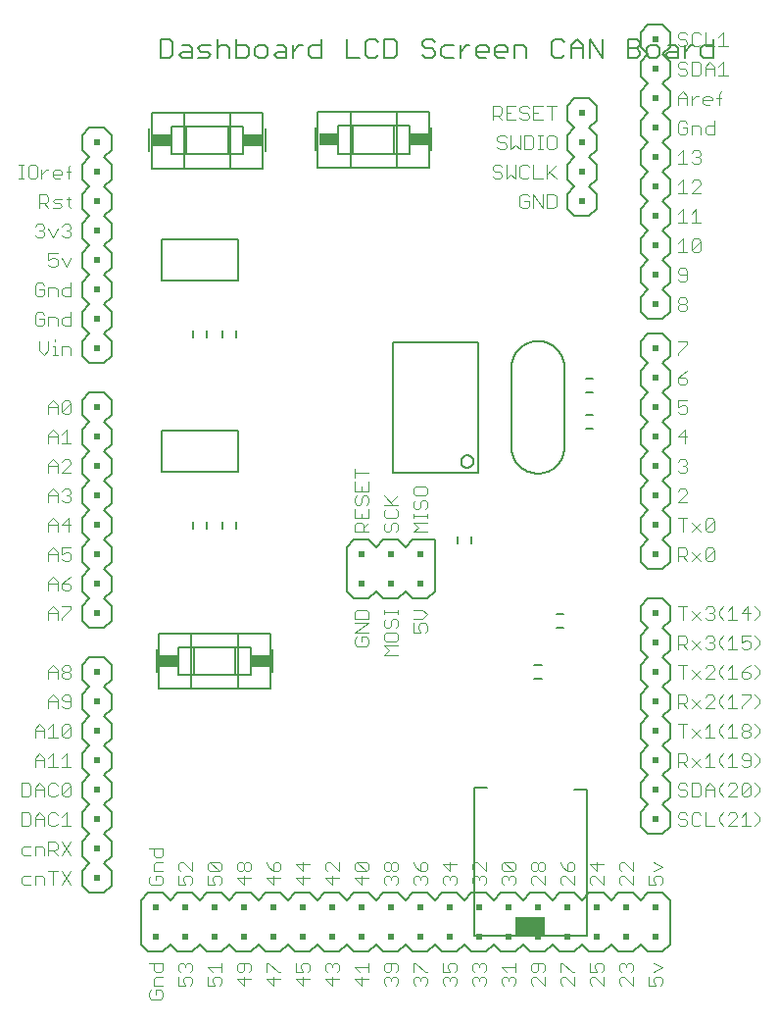
<source format=gto>
G75*
%MOIN*%
%OFA0B0*%
%FSLAX25Y25*%
%IPPOS*%
%LPD*%
%AMOC8*
5,1,8,0,0,1.08239X$1,22.5*
%
%ADD10C,0.00600*%
%ADD11C,0.00800*%
%ADD12R,0.09843X0.05906*%
%ADD13C,0.00787*%
%ADD14R,0.00787X0.07874*%
%ADD15R,0.05906X0.03937*%
%ADD16C,0.00500*%
%ADD17C,0.00400*%
%ADD18R,0.02000X0.02000*%
%ADD19C,0.00300*%
D10*
X0061988Y0162797D02*
X0061988Y0165160D01*
X0066712Y0165160D02*
X0066712Y0162797D01*
X0071988Y0162797D02*
X0071988Y0165160D01*
X0076712Y0165160D02*
X0076712Y0162797D01*
X0076712Y0227797D02*
X0076712Y0230160D01*
X0071988Y0230160D02*
X0071988Y0227797D01*
X0066712Y0227797D02*
X0066712Y0230160D01*
X0061988Y0230160D02*
X0061988Y0227797D01*
X0129900Y0226178D02*
X0129900Y0181678D01*
X0158900Y0181678D01*
X0158900Y0226178D01*
X0129900Y0226178D01*
X0153200Y0185578D02*
X0153202Y0185670D01*
X0153208Y0185761D01*
X0153218Y0185852D01*
X0153232Y0185943D01*
X0153250Y0186033D01*
X0153272Y0186122D01*
X0153297Y0186209D01*
X0153327Y0186296D01*
X0153360Y0186382D01*
X0153397Y0186465D01*
X0153437Y0186548D01*
X0153481Y0186628D01*
X0153529Y0186706D01*
X0153580Y0186783D01*
X0153634Y0186856D01*
X0153691Y0186928D01*
X0153752Y0186997D01*
X0153815Y0187063D01*
X0153881Y0187126D01*
X0153950Y0187187D01*
X0154022Y0187244D01*
X0154095Y0187298D01*
X0154172Y0187349D01*
X0154250Y0187397D01*
X0154330Y0187441D01*
X0154413Y0187481D01*
X0154496Y0187518D01*
X0154582Y0187551D01*
X0154669Y0187581D01*
X0154756Y0187606D01*
X0154845Y0187628D01*
X0154935Y0187646D01*
X0155026Y0187660D01*
X0155117Y0187670D01*
X0155208Y0187676D01*
X0155300Y0187678D01*
X0155392Y0187676D01*
X0155483Y0187670D01*
X0155574Y0187660D01*
X0155665Y0187646D01*
X0155755Y0187628D01*
X0155844Y0187606D01*
X0155931Y0187581D01*
X0156018Y0187551D01*
X0156104Y0187518D01*
X0156187Y0187481D01*
X0156270Y0187441D01*
X0156350Y0187397D01*
X0156428Y0187349D01*
X0156505Y0187298D01*
X0156578Y0187244D01*
X0156650Y0187187D01*
X0156719Y0187126D01*
X0156785Y0187063D01*
X0156848Y0186997D01*
X0156909Y0186928D01*
X0156966Y0186856D01*
X0157020Y0186783D01*
X0157071Y0186706D01*
X0157119Y0186628D01*
X0157163Y0186548D01*
X0157203Y0186465D01*
X0157240Y0186382D01*
X0157273Y0186296D01*
X0157303Y0186209D01*
X0157328Y0186122D01*
X0157350Y0186033D01*
X0157368Y0185943D01*
X0157382Y0185852D01*
X0157392Y0185761D01*
X0157398Y0185670D01*
X0157400Y0185578D01*
X0157398Y0185486D01*
X0157392Y0185395D01*
X0157382Y0185304D01*
X0157368Y0185213D01*
X0157350Y0185123D01*
X0157328Y0185034D01*
X0157303Y0184947D01*
X0157273Y0184860D01*
X0157240Y0184774D01*
X0157203Y0184691D01*
X0157163Y0184608D01*
X0157119Y0184528D01*
X0157071Y0184450D01*
X0157020Y0184373D01*
X0156966Y0184300D01*
X0156909Y0184228D01*
X0156848Y0184159D01*
X0156785Y0184093D01*
X0156719Y0184030D01*
X0156650Y0183969D01*
X0156578Y0183912D01*
X0156505Y0183858D01*
X0156428Y0183807D01*
X0156350Y0183759D01*
X0156270Y0183715D01*
X0156187Y0183675D01*
X0156104Y0183638D01*
X0156018Y0183605D01*
X0155931Y0183575D01*
X0155844Y0183550D01*
X0155755Y0183528D01*
X0155665Y0183510D01*
X0155574Y0183496D01*
X0155483Y0183486D01*
X0155392Y0183480D01*
X0155300Y0183478D01*
X0155208Y0183480D01*
X0155117Y0183486D01*
X0155026Y0183496D01*
X0154935Y0183510D01*
X0154845Y0183528D01*
X0154756Y0183550D01*
X0154669Y0183575D01*
X0154582Y0183605D01*
X0154496Y0183638D01*
X0154413Y0183675D01*
X0154330Y0183715D01*
X0154250Y0183759D01*
X0154172Y0183807D01*
X0154095Y0183858D01*
X0154022Y0183912D01*
X0153950Y0183969D01*
X0153881Y0184030D01*
X0153815Y0184093D01*
X0153752Y0184159D01*
X0153691Y0184228D01*
X0153634Y0184300D01*
X0153580Y0184373D01*
X0153529Y0184450D01*
X0153481Y0184528D01*
X0153437Y0184608D01*
X0153397Y0184691D01*
X0153360Y0184774D01*
X0153327Y0184860D01*
X0153297Y0184947D01*
X0153272Y0185034D01*
X0153250Y0185123D01*
X0153232Y0185213D01*
X0153218Y0185304D01*
X0153208Y0185395D01*
X0153202Y0185486D01*
X0153200Y0185578D01*
X0151988Y0160160D02*
X0151988Y0157797D01*
X0156712Y0157797D02*
X0156712Y0160160D01*
X0185669Y0133841D02*
X0188031Y0133841D01*
X0188031Y0129116D02*
X0185669Y0129116D01*
X0180531Y0116341D02*
X0178169Y0116341D01*
X0178169Y0111616D02*
X0180531Y0111616D01*
X0195669Y0196616D02*
X0198031Y0196616D01*
X0198031Y0201341D02*
X0195669Y0201341D01*
X0195669Y0209116D02*
X0198031Y0209116D01*
X0198031Y0213841D02*
X0195669Y0213841D01*
X0194822Y0322716D02*
X0194822Y0326986D01*
X0192687Y0329121D01*
X0190552Y0326986D01*
X0190552Y0322716D01*
X0188377Y0323784D02*
X0187309Y0322716D01*
X0185174Y0322716D01*
X0184107Y0323784D01*
X0184107Y0328054D01*
X0185174Y0329121D01*
X0187309Y0329121D01*
X0188377Y0328054D01*
X0190552Y0325919D02*
X0194822Y0325919D01*
X0196998Y0329121D02*
X0196998Y0322716D01*
X0201268Y0322716D02*
X0201268Y0329121D01*
X0196998Y0329121D02*
X0201268Y0322716D01*
X0209889Y0322716D02*
X0213091Y0322716D01*
X0214159Y0323784D01*
X0214159Y0324851D01*
X0213091Y0325919D01*
X0209889Y0325919D01*
X0213091Y0325919D02*
X0214159Y0326986D01*
X0214159Y0328054D01*
X0213091Y0329121D01*
X0209889Y0329121D01*
X0209889Y0322716D01*
X0216334Y0323784D02*
X0217402Y0322716D01*
X0219537Y0322716D01*
X0220604Y0323784D01*
X0220604Y0325919D01*
X0219537Y0326986D01*
X0217402Y0326986D01*
X0216334Y0325919D01*
X0216334Y0323784D01*
X0222780Y0323784D02*
X0223847Y0324851D01*
X0227050Y0324851D01*
X0227050Y0325919D02*
X0227050Y0322716D01*
X0223847Y0322716D01*
X0222780Y0323784D01*
X0223847Y0326986D02*
X0225982Y0326986D01*
X0227050Y0325919D01*
X0229225Y0326986D02*
X0229225Y0322716D01*
X0229225Y0324851D02*
X0231360Y0326986D01*
X0232428Y0326986D01*
X0234596Y0325919D02*
X0234596Y0323784D01*
X0235664Y0322716D01*
X0238867Y0322716D01*
X0238867Y0329121D01*
X0238867Y0326986D02*
X0235664Y0326986D01*
X0234596Y0325919D01*
X0175486Y0325919D02*
X0175486Y0322716D01*
X0175486Y0325919D02*
X0174418Y0326986D01*
X0171216Y0326986D01*
X0171216Y0322716D01*
X0169040Y0324851D02*
X0169040Y0325919D01*
X0167973Y0326986D01*
X0165838Y0326986D01*
X0164770Y0325919D01*
X0164770Y0323784D01*
X0165838Y0322716D01*
X0167973Y0322716D01*
X0169040Y0324851D02*
X0164770Y0324851D01*
X0162595Y0324851D02*
X0162595Y0325919D01*
X0161527Y0326986D01*
X0159392Y0326986D01*
X0158325Y0325919D01*
X0158325Y0323784D01*
X0159392Y0322716D01*
X0161527Y0322716D01*
X0162595Y0324851D02*
X0158325Y0324851D01*
X0156156Y0326986D02*
X0155089Y0326986D01*
X0152953Y0324851D01*
X0152953Y0322716D02*
X0152953Y0326986D01*
X0150778Y0326986D02*
X0147575Y0326986D01*
X0146508Y0325919D01*
X0146508Y0323784D01*
X0147575Y0322716D01*
X0150778Y0322716D01*
X0144333Y0323784D02*
X0143265Y0322716D01*
X0141130Y0322716D01*
X0140062Y0323784D01*
X0141130Y0325919D02*
X0143265Y0325919D01*
X0144333Y0324851D01*
X0144333Y0323784D01*
X0141130Y0325919D02*
X0140062Y0326986D01*
X0140062Y0328054D01*
X0141130Y0329121D01*
X0143265Y0329121D01*
X0144333Y0328054D01*
X0131442Y0328054D02*
X0131442Y0323784D01*
X0130374Y0322716D01*
X0127171Y0322716D01*
X0127171Y0329121D01*
X0130374Y0329121D01*
X0131442Y0328054D01*
X0124996Y0328054D02*
X0123929Y0329121D01*
X0121794Y0329121D01*
X0120726Y0328054D01*
X0120726Y0323784D01*
X0121794Y0322716D01*
X0123929Y0322716D01*
X0124996Y0323784D01*
X0118551Y0322716D02*
X0114280Y0322716D01*
X0114280Y0329121D01*
X0105660Y0329121D02*
X0105660Y0322716D01*
X0102457Y0322716D01*
X0101389Y0323784D01*
X0101389Y0325919D01*
X0102457Y0326986D01*
X0105660Y0326986D01*
X0099221Y0326986D02*
X0098153Y0326986D01*
X0096018Y0324851D01*
X0096018Y0322716D02*
X0096018Y0326986D01*
X0093843Y0325919D02*
X0093843Y0322716D01*
X0090640Y0322716D01*
X0089573Y0323784D01*
X0090640Y0324851D01*
X0093843Y0324851D01*
X0093843Y0325919D02*
X0092775Y0326986D01*
X0090640Y0326986D01*
X0087398Y0325919D02*
X0087398Y0323784D01*
X0086330Y0322716D01*
X0084195Y0322716D01*
X0083127Y0323784D01*
X0083127Y0325919D01*
X0084195Y0326986D01*
X0086330Y0326986D01*
X0087398Y0325919D01*
X0080952Y0325919D02*
X0080952Y0323784D01*
X0079884Y0322716D01*
X0076682Y0322716D01*
X0076682Y0329121D01*
X0076682Y0326986D02*
X0079884Y0326986D01*
X0080952Y0325919D01*
X0074507Y0325919D02*
X0074507Y0322716D01*
X0074507Y0325919D02*
X0073439Y0326986D01*
X0071304Y0326986D01*
X0070236Y0325919D01*
X0068061Y0326986D02*
X0064858Y0326986D01*
X0063791Y0325919D01*
X0064858Y0324851D01*
X0066993Y0324851D01*
X0068061Y0323784D01*
X0066993Y0322716D01*
X0063791Y0322716D01*
X0061616Y0322716D02*
X0061616Y0325919D01*
X0060548Y0326986D01*
X0058413Y0326986D01*
X0058413Y0324851D02*
X0061616Y0324851D01*
X0061616Y0322716D02*
X0058413Y0322716D01*
X0057345Y0323784D01*
X0058413Y0324851D01*
X0055170Y0323784D02*
X0055170Y0328054D01*
X0054102Y0329121D01*
X0050900Y0329121D01*
X0050900Y0322716D01*
X0054102Y0322716D01*
X0055170Y0323784D01*
X0070236Y0322716D02*
X0070236Y0329121D01*
D11*
X0077251Y0260978D02*
X0051448Y0260978D01*
X0051448Y0246978D01*
X0077251Y0246978D01*
X0077251Y0260978D01*
X0077251Y0195978D02*
X0051448Y0195978D01*
X0051448Y0181978D01*
X0077251Y0181978D01*
X0077251Y0195978D01*
X0157541Y0074868D02*
X0157541Y0024474D01*
X0196159Y0024474D01*
X0196159Y0074080D01*
X0191828Y0074080D01*
X0161871Y0074868D02*
X0157541Y0074868D01*
X0170350Y0190478D02*
X0170350Y0217478D01*
X0170353Y0217697D01*
X0170361Y0217916D01*
X0170374Y0218135D01*
X0170393Y0218353D01*
X0170417Y0218571D01*
X0170446Y0218788D01*
X0170480Y0219005D01*
X0170520Y0219220D01*
X0170565Y0219435D01*
X0170616Y0219648D01*
X0170671Y0219860D01*
X0170732Y0220071D01*
X0170797Y0220280D01*
X0170868Y0220487D01*
X0170944Y0220693D01*
X0171025Y0220897D01*
X0171110Y0221099D01*
X0171201Y0221298D01*
X0171296Y0221495D01*
X0171397Y0221690D01*
X0171502Y0221883D01*
X0171611Y0222073D01*
X0171725Y0222260D01*
X0171844Y0222444D01*
X0171967Y0222625D01*
X0172095Y0222803D01*
X0172227Y0222979D01*
X0172363Y0223150D01*
X0172503Y0223319D01*
X0172647Y0223484D01*
X0172795Y0223645D01*
X0172947Y0223803D01*
X0173103Y0223957D01*
X0173263Y0224107D01*
X0173426Y0224254D01*
X0173593Y0224396D01*
X0173763Y0224534D01*
X0173937Y0224668D01*
X0174113Y0224798D01*
X0174293Y0224923D01*
X0174476Y0225044D01*
X0174662Y0225160D01*
X0174850Y0225272D01*
X0175041Y0225379D01*
X0175235Y0225482D01*
X0175431Y0225580D01*
X0175629Y0225673D01*
X0175830Y0225761D01*
X0176033Y0225844D01*
X0176238Y0225923D01*
X0176444Y0225996D01*
X0176652Y0226064D01*
X0176862Y0226127D01*
X0177074Y0226185D01*
X0177286Y0226238D01*
X0177500Y0226286D01*
X0177715Y0226328D01*
X0177931Y0226365D01*
X0178148Y0226397D01*
X0178366Y0226424D01*
X0178584Y0226445D01*
X0178802Y0226461D01*
X0179021Y0226472D01*
X0179240Y0226477D01*
X0179460Y0226477D01*
X0179679Y0226472D01*
X0179898Y0226461D01*
X0180116Y0226445D01*
X0180334Y0226424D01*
X0180552Y0226397D01*
X0180769Y0226365D01*
X0180985Y0226328D01*
X0181200Y0226286D01*
X0181414Y0226238D01*
X0181626Y0226185D01*
X0181838Y0226127D01*
X0182048Y0226064D01*
X0182256Y0225996D01*
X0182462Y0225923D01*
X0182667Y0225844D01*
X0182870Y0225761D01*
X0183071Y0225673D01*
X0183269Y0225580D01*
X0183465Y0225482D01*
X0183659Y0225379D01*
X0183850Y0225272D01*
X0184038Y0225160D01*
X0184224Y0225044D01*
X0184407Y0224923D01*
X0184587Y0224798D01*
X0184763Y0224668D01*
X0184937Y0224534D01*
X0185107Y0224396D01*
X0185274Y0224254D01*
X0185437Y0224107D01*
X0185597Y0223957D01*
X0185753Y0223803D01*
X0185905Y0223645D01*
X0186053Y0223484D01*
X0186197Y0223319D01*
X0186337Y0223150D01*
X0186473Y0222979D01*
X0186605Y0222803D01*
X0186733Y0222625D01*
X0186856Y0222444D01*
X0186975Y0222260D01*
X0187089Y0222073D01*
X0187198Y0221883D01*
X0187303Y0221690D01*
X0187404Y0221495D01*
X0187499Y0221298D01*
X0187590Y0221099D01*
X0187675Y0220897D01*
X0187756Y0220693D01*
X0187832Y0220487D01*
X0187903Y0220280D01*
X0187968Y0220071D01*
X0188029Y0219860D01*
X0188084Y0219648D01*
X0188135Y0219435D01*
X0188180Y0219220D01*
X0188220Y0219005D01*
X0188254Y0218788D01*
X0188283Y0218571D01*
X0188307Y0218353D01*
X0188326Y0218135D01*
X0188339Y0217916D01*
X0188347Y0217697D01*
X0188350Y0217478D01*
X0188350Y0190478D01*
X0188347Y0190259D01*
X0188339Y0190040D01*
X0188326Y0189821D01*
X0188307Y0189603D01*
X0188283Y0189385D01*
X0188254Y0189168D01*
X0188220Y0188951D01*
X0188180Y0188736D01*
X0188135Y0188521D01*
X0188084Y0188308D01*
X0188029Y0188096D01*
X0187968Y0187885D01*
X0187903Y0187676D01*
X0187832Y0187469D01*
X0187756Y0187263D01*
X0187675Y0187059D01*
X0187590Y0186857D01*
X0187499Y0186658D01*
X0187404Y0186461D01*
X0187303Y0186266D01*
X0187198Y0186073D01*
X0187089Y0185883D01*
X0186975Y0185696D01*
X0186856Y0185512D01*
X0186733Y0185331D01*
X0186605Y0185153D01*
X0186473Y0184977D01*
X0186337Y0184806D01*
X0186197Y0184637D01*
X0186053Y0184472D01*
X0185905Y0184311D01*
X0185753Y0184153D01*
X0185597Y0183999D01*
X0185437Y0183849D01*
X0185274Y0183702D01*
X0185107Y0183560D01*
X0184937Y0183422D01*
X0184763Y0183288D01*
X0184587Y0183158D01*
X0184407Y0183033D01*
X0184224Y0182912D01*
X0184038Y0182796D01*
X0183850Y0182684D01*
X0183659Y0182577D01*
X0183465Y0182474D01*
X0183269Y0182376D01*
X0183071Y0182283D01*
X0182870Y0182195D01*
X0182667Y0182112D01*
X0182462Y0182033D01*
X0182256Y0181960D01*
X0182048Y0181892D01*
X0181838Y0181829D01*
X0181626Y0181771D01*
X0181414Y0181718D01*
X0181200Y0181670D01*
X0180985Y0181628D01*
X0180769Y0181591D01*
X0180552Y0181559D01*
X0180334Y0181532D01*
X0180116Y0181511D01*
X0179898Y0181495D01*
X0179679Y0181484D01*
X0179460Y0181479D01*
X0179240Y0181479D01*
X0179021Y0181484D01*
X0178802Y0181495D01*
X0178584Y0181511D01*
X0178366Y0181532D01*
X0178148Y0181559D01*
X0177931Y0181591D01*
X0177715Y0181628D01*
X0177500Y0181670D01*
X0177286Y0181718D01*
X0177074Y0181771D01*
X0176862Y0181829D01*
X0176652Y0181892D01*
X0176444Y0181960D01*
X0176238Y0182033D01*
X0176033Y0182112D01*
X0175830Y0182195D01*
X0175629Y0182283D01*
X0175431Y0182376D01*
X0175235Y0182474D01*
X0175041Y0182577D01*
X0174850Y0182684D01*
X0174662Y0182796D01*
X0174476Y0182912D01*
X0174293Y0183033D01*
X0174113Y0183158D01*
X0173937Y0183288D01*
X0173763Y0183422D01*
X0173593Y0183560D01*
X0173426Y0183702D01*
X0173263Y0183849D01*
X0173103Y0183999D01*
X0172947Y0184153D01*
X0172795Y0184311D01*
X0172647Y0184472D01*
X0172503Y0184637D01*
X0172363Y0184806D01*
X0172227Y0184977D01*
X0172095Y0185153D01*
X0171967Y0185331D01*
X0171844Y0185512D01*
X0171725Y0185696D01*
X0171611Y0185883D01*
X0171502Y0186073D01*
X0171397Y0186266D01*
X0171296Y0186461D01*
X0171201Y0186658D01*
X0171110Y0186857D01*
X0171025Y0187059D01*
X0170944Y0187263D01*
X0170868Y0187469D01*
X0170797Y0187676D01*
X0170732Y0187885D01*
X0170671Y0188096D01*
X0170616Y0188308D01*
X0170565Y0188521D01*
X0170520Y0188736D01*
X0170480Y0188951D01*
X0170446Y0189168D01*
X0170417Y0189385D01*
X0170393Y0189603D01*
X0170374Y0189821D01*
X0170361Y0190040D01*
X0170353Y0190259D01*
X0170350Y0190478D01*
D12*
X0176850Y0027821D03*
D13*
X0088247Y0108280D02*
X0088247Y0127177D01*
X0077224Y0127177D01*
X0077224Y0108280D01*
X0088247Y0108280D01*
X0081554Y0113004D02*
X0081554Y0122453D01*
X0076436Y0122453D01*
X0076436Y0113004D01*
X0081554Y0113004D01*
X0076436Y0113004D02*
X0062263Y0113004D01*
X0062263Y0122453D01*
X0057145Y0122453D01*
X0057145Y0113004D01*
X0062263Y0113004D01*
X0061476Y0108280D02*
X0061476Y0127177D01*
X0050452Y0127177D01*
X0050452Y0108280D01*
X0061476Y0108280D01*
X0077224Y0108280D01*
X0076436Y0122453D02*
X0062263Y0122453D01*
X0061476Y0127177D02*
X0077224Y0127177D01*
X0074724Y0285155D02*
X0058976Y0285155D01*
X0058976Y0304052D01*
X0047952Y0304052D01*
X0047952Y0285155D01*
X0058976Y0285155D01*
X0059763Y0289879D02*
X0054645Y0289879D01*
X0054645Y0299328D01*
X0059763Y0299328D01*
X0059763Y0289879D01*
X0073936Y0289879D01*
X0073936Y0299328D01*
X0059763Y0299328D01*
X0058976Y0304052D02*
X0074724Y0304052D01*
X0074724Y0285155D01*
X0085747Y0285155D01*
X0085747Y0304052D01*
X0074724Y0304052D01*
X0073936Y0299328D02*
X0079054Y0299328D01*
X0079054Y0289879D01*
X0073936Y0289879D01*
X0104515Y0285467D02*
X0115538Y0285467D01*
X0115538Y0304365D01*
X0104515Y0304365D01*
X0104515Y0285467D01*
X0111207Y0290192D02*
X0116326Y0290192D01*
X0116326Y0299640D01*
X0111207Y0299640D01*
X0111207Y0290192D01*
X0116326Y0290192D02*
X0130499Y0290192D01*
X0130499Y0299640D01*
X0116326Y0299640D01*
X0115538Y0304365D02*
X0131286Y0304365D01*
X0131286Y0285467D01*
X0142310Y0285467D01*
X0142310Y0304365D01*
X0131286Y0304365D01*
X0130499Y0299640D02*
X0135617Y0299640D01*
X0135617Y0290192D01*
X0130499Y0290192D01*
X0131286Y0285467D02*
X0115538Y0285467D01*
D14*
X0103727Y0294916D03*
X0086535Y0294603D03*
X0047165Y0294603D03*
X0143097Y0294916D03*
X0089035Y0117728D03*
X0049665Y0117728D03*
D15*
X0053799Y0117728D03*
X0084901Y0117728D03*
X0082401Y0294603D03*
X0107861Y0294916D03*
X0138963Y0294916D03*
X0051299Y0294603D03*
D16*
X0024350Y0041478D02*
X0026850Y0038978D01*
X0031850Y0038978D01*
X0034350Y0041478D01*
X0034350Y0046478D01*
X0031850Y0048978D01*
X0034350Y0051478D01*
X0034350Y0056478D01*
X0031850Y0058978D01*
X0034350Y0061478D01*
X0034350Y0066478D01*
X0031850Y0068978D01*
X0034350Y0071478D01*
X0034350Y0076478D01*
X0031850Y0078978D01*
X0034350Y0081478D01*
X0034350Y0086478D01*
X0031850Y0088978D01*
X0034350Y0091478D01*
X0034350Y0096478D01*
X0031850Y0098978D01*
X0034350Y0101478D01*
X0034350Y0106478D01*
X0031850Y0108978D01*
X0034350Y0111478D01*
X0034350Y0116478D01*
X0031850Y0118978D01*
X0026850Y0118978D01*
X0024350Y0116478D01*
X0024350Y0111478D01*
X0026850Y0108978D01*
X0024350Y0106478D01*
X0024350Y0101478D01*
X0026850Y0098978D01*
X0024350Y0096478D01*
X0024350Y0091478D01*
X0026850Y0088978D01*
X0024350Y0086478D01*
X0024350Y0081478D01*
X0026850Y0078978D01*
X0024350Y0076478D01*
X0024350Y0071478D01*
X0026850Y0068978D01*
X0024350Y0066478D01*
X0024350Y0061478D01*
X0026850Y0058978D01*
X0024350Y0056478D01*
X0024350Y0051478D01*
X0026850Y0048978D01*
X0024350Y0046478D01*
X0024350Y0041478D01*
X0044350Y0036478D02*
X0044350Y0021478D01*
X0046850Y0018978D01*
X0051850Y0018978D01*
X0054350Y0021478D01*
X0056850Y0018978D01*
X0061850Y0018978D01*
X0064350Y0021478D01*
X0066850Y0018978D01*
X0071850Y0018978D01*
X0074350Y0021478D01*
X0076850Y0018978D01*
X0081850Y0018978D01*
X0084350Y0021478D01*
X0086850Y0018978D01*
X0091850Y0018978D01*
X0094350Y0021478D01*
X0096850Y0018978D01*
X0101850Y0018978D01*
X0104350Y0021478D01*
X0106850Y0018978D01*
X0111850Y0018978D01*
X0114350Y0021478D01*
X0116850Y0018978D01*
X0121850Y0018978D01*
X0124350Y0021478D01*
X0126850Y0018978D01*
X0131850Y0018978D01*
X0134350Y0021478D01*
X0136850Y0018978D01*
X0141850Y0018978D01*
X0144350Y0021478D01*
X0146850Y0018978D01*
X0151850Y0018978D01*
X0154350Y0021478D01*
X0156850Y0018978D01*
X0161850Y0018978D01*
X0164350Y0021478D01*
X0166850Y0018978D01*
X0171850Y0018978D01*
X0174350Y0021478D01*
X0176850Y0018978D01*
X0181850Y0018978D01*
X0184350Y0021478D01*
X0186850Y0018978D01*
X0191850Y0018978D01*
X0194350Y0021478D01*
X0196850Y0018978D01*
X0201850Y0018978D01*
X0204350Y0021478D01*
X0206850Y0018978D01*
X0211850Y0018978D01*
X0214350Y0021478D01*
X0216850Y0018978D01*
X0221850Y0018978D01*
X0224350Y0021478D01*
X0224350Y0036478D01*
X0221850Y0038978D01*
X0216850Y0038978D01*
X0214350Y0036478D01*
X0211850Y0038978D01*
X0206850Y0038978D01*
X0204350Y0036478D01*
X0201850Y0038978D01*
X0196850Y0038978D01*
X0194350Y0036478D01*
X0191850Y0038978D01*
X0186850Y0038978D01*
X0184350Y0036478D01*
X0181850Y0038978D01*
X0176850Y0038978D01*
X0174350Y0036478D01*
X0171850Y0038978D01*
X0166850Y0038978D01*
X0164350Y0036478D01*
X0161850Y0038978D01*
X0156850Y0038978D01*
X0154350Y0036478D01*
X0151850Y0038978D01*
X0146850Y0038978D01*
X0144350Y0036478D01*
X0141850Y0038978D01*
X0136850Y0038978D01*
X0134350Y0036478D01*
X0131850Y0038978D01*
X0126850Y0038978D01*
X0124350Y0036478D01*
X0121850Y0038978D01*
X0116850Y0038978D01*
X0114350Y0036478D01*
X0111850Y0038978D01*
X0106850Y0038978D01*
X0104350Y0036478D01*
X0101850Y0038978D01*
X0096850Y0038978D01*
X0094350Y0036478D01*
X0091850Y0038978D01*
X0086850Y0038978D01*
X0084350Y0036478D01*
X0081850Y0038978D01*
X0076850Y0038978D01*
X0074350Y0036478D01*
X0071850Y0038978D01*
X0066850Y0038978D01*
X0064350Y0036478D01*
X0061850Y0038978D01*
X0056850Y0038978D01*
X0054350Y0036478D01*
X0051850Y0038978D01*
X0046850Y0038978D01*
X0044350Y0036478D01*
X0031850Y0128978D02*
X0026850Y0128978D01*
X0024350Y0131478D01*
X0024350Y0136478D01*
X0026850Y0138978D01*
X0024350Y0141478D01*
X0024350Y0146478D01*
X0026850Y0148978D01*
X0024350Y0151478D01*
X0024350Y0156478D01*
X0026850Y0158978D01*
X0024350Y0161478D01*
X0024350Y0166478D01*
X0026850Y0168978D01*
X0024350Y0171478D01*
X0024350Y0176478D01*
X0026850Y0178978D01*
X0024350Y0181478D01*
X0024350Y0186478D01*
X0026850Y0188978D01*
X0024350Y0191478D01*
X0024350Y0196478D01*
X0026850Y0198978D01*
X0024350Y0201478D01*
X0024350Y0206478D01*
X0026850Y0208978D01*
X0031850Y0208978D01*
X0034350Y0206478D01*
X0034350Y0201478D01*
X0031850Y0198978D01*
X0034350Y0196478D01*
X0034350Y0191478D01*
X0031850Y0188978D01*
X0034350Y0186478D01*
X0034350Y0181478D01*
X0031850Y0178978D01*
X0034350Y0176478D01*
X0034350Y0171478D01*
X0031850Y0168978D01*
X0034350Y0166478D01*
X0034350Y0161478D01*
X0031850Y0158978D01*
X0034350Y0156478D01*
X0034350Y0151478D01*
X0031850Y0148978D01*
X0034350Y0146478D01*
X0034350Y0141478D01*
X0031850Y0138978D01*
X0034350Y0136478D01*
X0034350Y0131478D01*
X0031850Y0128978D01*
X0031850Y0218978D02*
X0026850Y0218978D01*
X0024350Y0221478D01*
X0024350Y0226478D01*
X0026850Y0228978D01*
X0024350Y0231478D01*
X0024350Y0236478D01*
X0026850Y0238978D01*
X0024350Y0241478D01*
X0024350Y0246478D01*
X0026850Y0248978D01*
X0024350Y0251478D01*
X0024350Y0256478D01*
X0026850Y0258978D01*
X0024350Y0261478D01*
X0024350Y0266478D01*
X0026850Y0268978D01*
X0024350Y0271478D01*
X0024350Y0276478D01*
X0026850Y0278978D01*
X0024350Y0281478D01*
X0024350Y0286478D01*
X0026850Y0288978D01*
X0024350Y0291478D01*
X0024350Y0296478D01*
X0026850Y0298978D01*
X0031850Y0298978D01*
X0034350Y0296478D01*
X0034350Y0291478D01*
X0031850Y0288978D01*
X0034350Y0286478D01*
X0034350Y0281478D01*
X0031850Y0278978D01*
X0034350Y0276478D01*
X0034350Y0271478D01*
X0031850Y0268978D01*
X0034350Y0266478D01*
X0034350Y0261478D01*
X0031850Y0258978D01*
X0034350Y0256478D01*
X0034350Y0251478D01*
X0031850Y0248978D01*
X0034350Y0246478D01*
X0034350Y0241478D01*
X0031850Y0238978D01*
X0034350Y0236478D01*
X0034350Y0231478D01*
X0031850Y0228978D01*
X0034350Y0226478D01*
X0034350Y0221478D01*
X0031850Y0218978D01*
X0114350Y0156478D02*
X0114350Y0141478D01*
X0116850Y0138978D01*
X0121850Y0138978D01*
X0124350Y0141478D01*
X0126850Y0138978D01*
X0131850Y0138978D01*
X0134350Y0141478D01*
X0136850Y0138978D01*
X0141850Y0138978D01*
X0144350Y0141478D01*
X0144350Y0158978D01*
X0136850Y0158978D01*
X0134350Y0156478D01*
X0131850Y0158978D01*
X0126850Y0158978D01*
X0124350Y0156478D01*
X0121850Y0158978D01*
X0116850Y0158978D01*
X0114350Y0156478D01*
X0191850Y0268978D02*
X0196850Y0268978D01*
X0199350Y0271478D01*
X0199350Y0276478D01*
X0196850Y0278978D01*
X0199350Y0281478D01*
X0199350Y0286478D01*
X0196850Y0288978D01*
X0199350Y0291478D01*
X0199350Y0296478D01*
X0196850Y0298978D01*
X0199350Y0301478D01*
X0199350Y0306478D01*
X0196850Y0308978D01*
X0191850Y0308978D01*
X0189350Y0306478D01*
X0189350Y0301478D01*
X0191850Y0298978D01*
X0189350Y0296478D01*
X0189350Y0291478D01*
X0191850Y0288978D01*
X0189350Y0286478D01*
X0189350Y0281478D01*
X0191850Y0278978D01*
X0189350Y0276478D01*
X0189350Y0271478D01*
X0191850Y0268978D01*
X0214350Y0266478D02*
X0214350Y0271478D01*
X0216850Y0273978D01*
X0214350Y0276478D01*
X0214350Y0281478D01*
X0216850Y0283978D01*
X0214350Y0286478D01*
X0214350Y0291478D01*
X0216850Y0293978D01*
X0214350Y0296478D01*
X0214350Y0301478D01*
X0216850Y0303978D01*
X0214350Y0306478D01*
X0214350Y0311478D01*
X0216850Y0313978D01*
X0214350Y0316478D01*
X0214350Y0321478D01*
X0216850Y0323978D01*
X0214350Y0326478D01*
X0214350Y0331478D01*
X0216850Y0333978D01*
X0221850Y0333978D01*
X0224350Y0331478D01*
X0224350Y0326478D01*
X0221850Y0323978D01*
X0224350Y0321478D01*
X0224350Y0316478D01*
X0221850Y0313978D01*
X0224350Y0311478D01*
X0224350Y0306478D01*
X0221850Y0303978D01*
X0224350Y0301478D01*
X0224350Y0296478D01*
X0221850Y0293978D01*
X0224350Y0291478D01*
X0224350Y0286478D01*
X0221850Y0283978D01*
X0224350Y0281478D01*
X0224350Y0276478D01*
X0221850Y0273978D01*
X0224350Y0271478D01*
X0224350Y0266478D01*
X0221850Y0263978D01*
X0224350Y0261478D01*
X0224350Y0256478D01*
X0221850Y0253978D01*
X0224350Y0251478D01*
X0224350Y0246478D01*
X0221850Y0243978D01*
X0224350Y0241478D01*
X0224350Y0236478D01*
X0221850Y0233978D01*
X0216850Y0233978D01*
X0214350Y0236478D01*
X0214350Y0241478D01*
X0216850Y0243978D01*
X0214350Y0246478D01*
X0214350Y0251478D01*
X0216850Y0253978D01*
X0214350Y0256478D01*
X0214350Y0261478D01*
X0216850Y0263978D01*
X0214350Y0266478D01*
X0216850Y0228978D02*
X0214350Y0226478D01*
X0214350Y0221478D01*
X0216850Y0218978D01*
X0214350Y0216478D01*
X0214350Y0211478D01*
X0216850Y0208978D01*
X0214350Y0206478D01*
X0214350Y0201478D01*
X0216850Y0198978D01*
X0214350Y0196478D01*
X0214350Y0191478D01*
X0216850Y0188978D01*
X0214350Y0186478D01*
X0214350Y0181478D01*
X0216850Y0178978D01*
X0214350Y0176478D01*
X0214350Y0171478D01*
X0216850Y0168978D01*
X0214350Y0166478D01*
X0214350Y0161478D01*
X0216850Y0158978D01*
X0214350Y0156478D01*
X0214350Y0151478D01*
X0216850Y0148978D01*
X0221850Y0148978D01*
X0224350Y0151478D01*
X0224350Y0156478D01*
X0221850Y0158978D01*
X0224350Y0161478D01*
X0224350Y0166478D01*
X0221850Y0168978D01*
X0224350Y0171478D01*
X0224350Y0176478D01*
X0221850Y0178978D01*
X0224350Y0181478D01*
X0224350Y0186478D01*
X0221850Y0188978D01*
X0224350Y0191478D01*
X0224350Y0196478D01*
X0221850Y0198978D01*
X0224350Y0201478D01*
X0224350Y0206478D01*
X0221850Y0208978D01*
X0224350Y0211478D01*
X0224350Y0216478D01*
X0221850Y0218978D01*
X0224350Y0221478D01*
X0224350Y0226478D01*
X0221850Y0228978D01*
X0216850Y0228978D01*
X0216850Y0138978D02*
X0214350Y0136478D01*
X0214350Y0131478D01*
X0216850Y0128978D01*
X0214350Y0126478D01*
X0214350Y0121478D01*
X0216850Y0118978D01*
X0214350Y0116478D01*
X0214350Y0111478D01*
X0216850Y0108978D01*
X0214350Y0106478D01*
X0214350Y0101478D01*
X0216850Y0098978D01*
X0214350Y0096478D01*
X0214350Y0091478D01*
X0216850Y0088978D01*
X0214350Y0086478D01*
X0214350Y0081478D01*
X0216850Y0078978D01*
X0214350Y0076478D01*
X0214350Y0071478D01*
X0216850Y0068978D01*
X0214350Y0066478D01*
X0214350Y0061478D01*
X0216850Y0058978D01*
X0221850Y0058978D01*
X0224350Y0061478D01*
X0224350Y0066478D01*
X0221850Y0068978D01*
X0224350Y0071478D01*
X0224350Y0076478D01*
X0221850Y0078978D01*
X0224350Y0081478D01*
X0224350Y0086478D01*
X0221850Y0088978D01*
X0224350Y0091478D01*
X0224350Y0096478D01*
X0221850Y0098978D01*
X0224350Y0101478D01*
X0224350Y0106478D01*
X0221850Y0108978D01*
X0224350Y0111478D01*
X0224350Y0116478D01*
X0221850Y0118978D01*
X0224350Y0121478D01*
X0224350Y0126478D01*
X0221850Y0128978D01*
X0224350Y0131478D01*
X0224350Y0136478D01*
X0221850Y0138978D01*
X0216850Y0138978D01*
D17*
X0227050Y0136282D02*
X0230119Y0136282D01*
X0228584Y0136282D02*
X0228584Y0131678D01*
X0231654Y0131678D02*
X0234723Y0134748D01*
X0236258Y0135515D02*
X0237025Y0136282D01*
X0238560Y0136282D01*
X0239327Y0135515D01*
X0239327Y0134748D01*
X0238560Y0133980D01*
X0239327Y0133213D01*
X0239327Y0132446D01*
X0238560Y0131678D01*
X0237025Y0131678D01*
X0236258Y0132446D01*
X0234723Y0131678D02*
X0231654Y0134748D01*
X0237792Y0133980D02*
X0238560Y0133980D01*
X0240861Y0133213D02*
X0240861Y0134748D01*
X0242396Y0136282D01*
X0243931Y0134748D02*
X0245465Y0136282D01*
X0245465Y0131678D01*
X0243931Y0131678D02*
X0247000Y0131678D01*
X0248535Y0133980D02*
X0250837Y0136282D01*
X0250837Y0131678D01*
X0253139Y0131678D02*
X0254673Y0133213D01*
X0254673Y0134748D01*
X0253139Y0136282D01*
X0251604Y0133980D02*
X0248535Y0133980D01*
X0248535Y0126282D02*
X0248535Y0123980D01*
X0250069Y0124748D01*
X0250837Y0124748D01*
X0251604Y0123980D01*
X0251604Y0122446D01*
X0250837Y0121678D01*
X0249302Y0121678D01*
X0248535Y0122446D01*
X0247000Y0121678D02*
X0243931Y0121678D01*
X0245465Y0121678D02*
X0245465Y0126282D01*
X0243931Y0124748D01*
X0242396Y0126282D02*
X0240861Y0124748D01*
X0240861Y0123213D01*
X0242396Y0121678D01*
X0239327Y0122446D02*
X0238560Y0121678D01*
X0237025Y0121678D01*
X0236258Y0122446D01*
X0234723Y0121678D02*
X0231654Y0124748D01*
X0230119Y0125515D02*
X0230119Y0123980D01*
X0229352Y0123213D01*
X0227050Y0123213D01*
X0228584Y0123213D02*
X0230119Y0121678D01*
X0231654Y0121678D02*
X0234723Y0124748D01*
X0236258Y0125515D02*
X0237025Y0126282D01*
X0238560Y0126282D01*
X0239327Y0125515D01*
X0239327Y0124748D01*
X0238560Y0123980D01*
X0239327Y0123213D01*
X0239327Y0122446D01*
X0238560Y0123980D02*
X0237792Y0123980D01*
X0237025Y0116282D02*
X0236258Y0115515D01*
X0237025Y0116282D02*
X0238560Y0116282D01*
X0239327Y0115515D01*
X0239327Y0114748D01*
X0236258Y0111678D01*
X0239327Y0111678D01*
X0240861Y0113213D02*
X0240861Y0114748D01*
X0242396Y0116282D01*
X0243931Y0114748D02*
X0245465Y0116282D01*
X0245465Y0111678D01*
X0243931Y0111678D02*
X0247000Y0111678D01*
X0248535Y0112446D02*
X0249302Y0111678D01*
X0250837Y0111678D01*
X0251604Y0112446D01*
X0251604Y0113213D01*
X0250837Y0113980D01*
X0248535Y0113980D01*
X0248535Y0112446D01*
X0248535Y0113980D02*
X0250069Y0115515D01*
X0251604Y0116282D01*
X0253139Y0116282D02*
X0254673Y0114748D01*
X0254673Y0113213D01*
X0253139Y0111678D01*
X0253139Y0106282D02*
X0254673Y0104748D01*
X0254673Y0103213D01*
X0253139Y0101678D01*
X0251604Y0105515D02*
X0248535Y0102446D01*
X0248535Y0101678D01*
X0247000Y0101678D02*
X0243931Y0101678D01*
X0245465Y0101678D02*
X0245465Y0106282D01*
X0243931Y0104748D01*
X0242396Y0106282D02*
X0240861Y0104748D01*
X0240861Y0103213D01*
X0242396Y0101678D01*
X0239327Y0101678D02*
X0236258Y0101678D01*
X0239327Y0104748D01*
X0239327Y0105515D01*
X0238560Y0106282D01*
X0237025Y0106282D01*
X0236258Y0105515D01*
X0234723Y0104748D02*
X0231654Y0101678D01*
X0230119Y0101678D02*
X0228584Y0103213D01*
X0229352Y0103213D02*
X0227050Y0103213D01*
X0227050Y0101678D02*
X0227050Y0106282D01*
X0229352Y0106282D01*
X0230119Y0105515D01*
X0230119Y0103980D01*
X0229352Y0103213D01*
X0231654Y0104748D02*
X0234723Y0101678D01*
X0237792Y0096282D02*
X0237792Y0091678D01*
X0236258Y0091678D02*
X0239327Y0091678D01*
X0240861Y0093213D02*
X0240861Y0094748D01*
X0242396Y0096282D01*
X0243931Y0094748D02*
X0245465Y0096282D01*
X0245465Y0091678D01*
X0243931Y0091678D02*
X0247000Y0091678D01*
X0248535Y0092446D02*
X0248535Y0093213D01*
X0249302Y0093980D01*
X0250837Y0093980D01*
X0251604Y0093213D01*
X0251604Y0092446D01*
X0250837Y0091678D01*
X0249302Y0091678D01*
X0248535Y0092446D01*
X0249302Y0093980D02*
X0248535Y0094748D01*
X0248535Y0095515D01*
X0249302Y0096282D01*
X0250837Y0096282D01*
X0251604Y0095515D01*
X0251604Y0094748D01*
X0250837Y0093980D01*
X0253139Y0091678D02*
X0254673Y0093213D01*
X0254673Y0094748D01*
X0253139Y0096282D01*
X0251604Y0105515D02*
X0251604Y0106282D01*
X0248535Y0106282D01*
X0242396Y0111678D02*
X0240861Y0113213D01*
X0234723Y0111678D02*
X0231654Y0114748D01*
X0230119Y0116282D02*
X0227050Y0116282D01*
X0228584Y0116282D02*
X0228584Y0111678D01*
X0231654Y0111678D02*
X0234723Y0114748D01*
X0227050Y0121678D02*
X0227050Y0126282D01*
X0229352Y0126282D01*
X0230119Y0125515D01*
X0240861Y0133213D02*
X0242396Y0131678D01*
X0248535Y0126282D02*
X0251604Y0126282D01*
X0253139Y0126282D02*
X0254673Y0124748D01*
X0254673Y0123213D01*
X0253139Y0121678D01*
X0237792Y0096282D02*
X0236258Y0094748D01*
X0234723Y0094748D02*
X0231654Y0091678D01*
X0234723Y0091678D02*
X0231654Y0094748D01*
X0230119Y0096282D02*
X0227050Y0096282D01*
X0228584Y0096282D02*
X0228584Y0091678D01*
X0229352Y0086282D02*
X0227050Y0086282D01*
X0227050Y0081678D01*
X0227050Y0083213D02*
X0229352Y0083213D01*
X0230119Y0083980D01*
X0230119Y0085515D01*
X0229352Y0086282D01*
X0231654Y0084748D02*
X0234723Y0081678D01*
X0236258Y0081678D02*
X0239327Y0081678D01*
X0237792Y0081678D02*
X0237792Y0086282D01*
X0236258Y0084748D01*
X0234723Y0084748D02*
X0231654Y0081678D01*
X0230119Y0081678D02*
X0228584Y0083213D01*
X0227817Y0076282D02*
X0227050Y0075515D01*
X0227050Y0074748D01*
X0227817Y0073980D01*
X0229352Y0073980D01*
X0230119Y0073213D01*
X0230119Y0072446D01*
X0229352Y0071678D01*
X0227817Y0071678D01*
X0227050Y0072446D01*
X0230119Y0075515D02*
X0229352Y0076282D01*
X0227817Y0076282D01*
X0231654Y0076282D02*
X0233956Y0076282D01*
X0234723Y0075515D01*
X0234723Y0072446D01*
X0233956Y0071678D01*
X0231654Y0071678D01*
X0231654Y0076282D01*
X0236258Y0074748D02*
X0236258Y0071678D01*
X0236258Y0073980D02*
X0239327Y0073980D01*
X0239327Y0074748D02*
X0239327Y0071678D01*
X0240861Y0073213D02*
X0240861Y0074748D01*
X0242396Y0076282D01*
X0243931Y0075515D02*
X0244698Y0076282D01*
X0246233Y0076282D01*
X0247000Y0075515D01*
X0247000Y0074748D01*
X0243931Y0071678D01*
X0247000Y0071678D01*
X0248535Y0072446D02*
X0248535Y0075515D01*
X0249302Y0076282D01*
X0250837Y0076282D01*
X0251604Y0075515D01*
X0248535Y0072446D01*
X0249302Y0071678D01*
X0250837Y0071678D01*
X0251604Y0072446D01*
X0251604Y0075515D01*
X0253139Y0076282D02*
X0254673Y0074748D01*
X0254673Y0073213D01*
X0253139Y0071678D01*
X0253139Y0066282D02*
X0254673Y0064748D01*
X0254673Y0063213D01*
X0253139Y0061678D01*
X0251604Y0061678D02*
X0248535Y0061678D01*
X0250069Y0061678D02*
X0250069Y0066282D01*
X0248535Y0064748D01*
X0247000Y0064748D02*
X0247000Y0065515D01*
X0246233Y0066282D01*
X0244698Y0066282D01*
X0243931Y0065515D01*
X0242396Y0066282D02*
X0240861Y0064748D01*
X0240861Y0063213D01*
X0242396Y0061678D01*
X0243931Y0061678D02*
X0247000Y0064748D01*
X0247000Y0061678D02*
X0243931Y0061678D01*
X0239327Y0061678D02*
X0236258Y0061678D01*
X0236258Y0066282D01*
X0234723Y0065515D02*
X0233956Y0066282D01*
X0232421Y0066282D01*
X0231654Y0065515D01*
X0231654Y0062446D01*
X0232421Y0061678D01*
X0233956Y0061678D01*
X0234723Y0062446D01*
X0230119Y0062446D02*
X0229352Y0061678D01*
X0227817Y0061678D01*
X0227050Y0062446D01*
X0227817Y0063980D02*
X0227050Y0064748D01*
X0227050Y0065515D01*
X0227817Y0066282D01*
X0229352Y0066282D01*
X0230119Y0065515D01*
X0229352Y0063980D02*
X0230119Y0063213D01*
X0230119Y0062446D01*
X0229352Y0063980D02*
X0227817Y0063980D01*
X0236258Y0074748D02*
X0237792Y0076282D01*
X0239327Y0074748D01*
X0240861Y0073213D02*
X0242396Y0071678D01*
X0242396Y0081678D02*
X0240861Y0083213D01*
X0240861Y0084748D01*
X0242396Y0086282D01*
X0243931Y0084748D02*
X0245465Y0086282D01*
X0245465Y0081678D01*
X0243931Y0081678D02*
X0247000Y0081678D01*
X0248535Y0082446D02*
X0249302Y0081678D01*
X0250837Y0081678D01*
X0251604Y0082446D01*
X0251604Y0085515D01*
X0250837Y0086282D01*
X0249302Y0086282D01*
X0248535Y0085515D01*
X0248535Y0084748D01*
X0249302Y0083980D01*
X0251604Y0083980D01*
X0253139Y0081678D02*
X0254673Y0083213D01*
X0254673Y0084748D01*
X0253139Y0086282D01*
X0242396Y0091678D02*
X0240861Y0093213D01*
X0218580Y0049352D02*
X0221650Y0047817D01*
X0218580Y0046282D01*
X0219348Y0044748D02*
X0220882Y0044748D01*
X0221650Y0043980D01*
X0221650Y0042446D01*
X0220882Y0041678D01*
X0219348Y0041678D02*
X0218580Y0043213D01*
X0218580Y0043980D01*
X0219348Y0044748D01*
X0217046Y0044748D02*
X0217046Y0041678D01*
X0219348Y0041678D01*
X0211650Y0041678D02*
X0208580Y0044748D01*
X0207813Y0044748D01*
X0207046Y0043980D01*
X0207046Y0042446D01*
X0207813Y0041678D01*
X0211650Y0041678D02*
X0211650Y0044748D01*
X0211650Y0046282D02*
X0208580Y0049352D01*
X0207813Y0049352D01*
X0207046Y0048584D01*
X0207046Y0047050D01*
X0207813Y0046282D01*
X0211650Y0046282D02*
X0211650Y0049352D01*
X0201650Y0048584D02*
X0197046Y0048584D01*
X0199348Y0046282D01*
X0199348Y0049352D01*
X0198580Y0044748D02*
X0197813Y0044748D01*
X0197046Y0043980D01*
X0197046Y0042446D01*
X0197813Y0041678D01*
X0198580Y0044748D02*
X0201650Y0041678D01*
X0201650Y0044748D01*
X0191650Y0044748D02*
X0191650Y0041678D01*
X0188580Y0044748D01*
X0187813Y0044748D01*
X0187046Y0043980D01*
X0187046Y0042446D01*
X0187813Y0041678D01*
X0189348Y0046282D02*
X0187813Y0047817D01*
X0187046Y0049352D01*
X0189348Y0048584D02*
X0189348Y0046282D01*
X0190882Y0046282D01*
X0191650Y0047050D01*
X0191650Y0048584D01*
X0190882Y0049352D01*
X0190115Y0049352D01*
X0189348Y0048584D01*
X0181650Y0048584D02*
X0181650Y0047050D01*
X0180882Y0046282D01*
X0180115Y0046282D01*
X0179348Y0047050D01*
X0179348Y0048584D01*
X0180115Y0049352D01*
X0180882Y0049352D01*
X0181650Y0048584D01*
X0179348Y0048584D02*
X0178580Y0049352D01*
X0177813Y0049352D01*
X0177046Y0048584D01*
X0177046Y0047050D01*
X0177813Y0046282D01*
X0178580Y0046282D01*
X0179348Y0047050D01*
X0178580Y0044748D02*
X0177813Y0044748D01*
X0177046Y0043980D01*
X0177046Y0042446D01*
X0177813Y0041678D01*
X0178580Y0044748D02*
X0181650Y0041678D01*
X0181650Y0044748D01*
X0171650Y0043980D02*
X0171650Y0042446D01*
X0170882Y0041678D01*
X0169348Y0043213D02*
X0169348Y0043980D01*
X0170115Y0044748D01*
X0170882Y0044748D01*
X0171650Y0043980D01*
X0169348Y0043980D02*
X0168580Y0044748D01*
X0167813Y0044748D01*
X0167046Y0043980D01*
X0167046Y0042446D01*
X0167813Y0041678D01*
X0167813Y0046282D02*
X0167046Y0047050D01*
X0167046Y0048584D01*
X0167813Y0049352D01*
X0170882Y0046282D01*
X0171650Y0047050D01*
X0171650Y0048584D01*
X0170882Y0049352D01*
X0167813Y0049352D01*
X0167813Y0046282D02*
X0170882Y0046282D01*
X0161650Y0046282D02*
X0158580Y0049352D01*
X0157813Y0049352D01*
X0157046Y0048584D01*
X0157046Y0047050D01*
X0157813Y0046282D01*
X0157813Y0044748D02*
X0157046Y0043980D01*
X0157046Y0042446D01*
X0157813Y0041678D01*
X0159348Y0043213D02*
X0159348Y0043980D01*
X0160115Y0044748D01*
X0160882Y0044748D01*
X0161650Y0043980D01*
X0161650Y0042446D01*
X0160882Y0041678D01*
X0159348Y0043980D02*
X0158580Y0044748D01*
X0157813Y0044748D01*
X0161650Y0046282D02*
X0161650Y0049352D01*
X0151650Y0048584D02*
X0147046Y0048584D01*
X0149348Y0046282D01*
X0149348Y0049352D01*
X0150115Y0044748D02*
X0149348Y0043980D01*
X0149348Y0043213D01*
X0149348Y0043980D02*
X0148580Y0044748D01*
X0147813Y0044748D01*
X0147046Y0043980D01*
X0147046Y0042446D01*
X0147813Y0041678D01*
X0150882Y0041678D02*
X0151650Y0042446D01*
X0151650Y0043980D01*
X0150882Y0044748D01*
X0150115Y0044748D01*
X0141650Y0043980D02*
X0141650Y0042446D01*
X0140882Y0041678D01*
X0139348Y0043213D02*
X0139348Y0043980D01*
X0140115Y0044748D01*
X0140882Y0044748D01*
X0141650Y0043980D01*
X0139348Y0043980D02*
X0138580Y0044748D01*
X0137813Y0044748D01*
X0137046Y0043980D01*
X0137046Y0042446D01*
X0137813Y0041678D01*
X0139348Y0046282D02*
X0139348Y0048584D01*
X0140115Y0049352D01*
X0140882Y0049352D01*
X0141650Y0048584D01*
X0141650Y0047050D01*
X0140882Y0046282D01*
X0139348Y0046282D01*
X0137813Y0047817D01*
X0137046Y0049352D01*
X0131650Y0048584D02*
X0131650Y0047050D01*
X0130882Y0046282D01*
X0130115Y0046282D01*
X0129348Y0047050D01*
X0129348Y0048584D01*
X0130115Y0049352D01*
X0130882Y0049352D01*
X0131650Y0048584D01*
X0129348Y0048584D02*
X0128580Y0049352D01*
X0127813Y0049352D01*
X0127046Y0048584D01*
X0127046Y0047050D01*
X0127813Y0046282D01*
X0128580Y0046282D01*
X0129348Y0047050D01*
X0130115Y0044748D02*
X0130882Y0044748D01*
X0131650Y0043980D01*
X0131650Y0042446D01*
X0130882Y0041678D01*
X0129348Y0043213D02*
X0129348Y0043980D01*
X0130115Y0044748D01*
X0129348Y0043980D02*
X0128580Y0044748D01*
X0127813Y0044748D01*
X0127046Y0043980D01*
X0127046Y0042446D01*
X0127813Y0041678D01*
X0121650Y0043980D02*
X0117046Y0043980D01*
X0119348Y0041678D01*
X0119348Y0044748D01*
X0120882Y0046282D02*
X0117813Y0046282D01*
X0117046Y0047050D01*
X0117046Y0048584D01*
X0117813Y0049352D01*
X0120882Y0046282D01*
X0121650Y0047050D01*
X0121650Y0048584D01*
X0120882Y0049352D01*
X0117813Y0049352D01*
X0111650Y0049352D02*
X0111650Y0046282D01*
X0108580Y0049352D01*
X0107813Y0049352D01*
X0107046Y0048584D01*
X0107046Y0047050D01*
X0107813Y0046282D01*
X0109348Y0044748D02*
X0109348Y0041678D01*
X0107046Y0043980D01*
X0111650Y0043980D01*
X0101650Y0043980D02*
X0097046Y0043980D01*
X0099348Y0041678D01*
X0099348Y0044748D01*
X0099348Y0046282D02*
X0099348Y0049352D01*
X0101650Y0048584D02*
X0097046Y0048584D01*
X0099348Y0046282D01*
X0091650Y0047050D02*
X0091650Y0048584D01*
X0090882Y0049352D01*
X0090115Y0049352D01*
X0089348Y0048584D01*
X0089348Y0046282D01*
X0090882Y0046282D01*
X0091650Y0047050D01*
X0089348Y0046282D02*
X0087813Y0047817D01*
X0087046Y0049352D01*
X0089348Y0044748D02*
X0089348Y0041678D01*
X0087046Y0043980D01*
X0091650Y0043980D01*
X0081650Y0043980D02*
X0077046Y0043980D01*
X0079348Y0041678D01*
X0079348Y0044748D01*
X0080115Y0046282D02*
X0079348Y0047050D01*
X0079348Y0048584D01*
X0080115Y0049352D01*
X0080882Y0049352D01*
X0081650Y0048584D01*
X0081650Y0047050D01*
X0080882Y0046282D01*
X0080115Y0046282D01*
X0079348Y0047050D02*
X0078580Y0046282D01*
X0077813Y0046282D01*
X0077046Y0047050D01*
X0077046Y0048584D01*
X0077813Y0049352D01*
X0078580Y0049352D01*
X0079348Y0048584D01*
X0071650Y0048584D02*
X0071650Y0047050D01*
X0070882Y0046282D01*
X0067813Y0049352D01*
X0070882Y0049352D01*
X0071650Y0048584D01*
X0070882Y0046282D02*
X0067813Y0046282D01*
X0067046Y0047050D01*
X0067046Y0048584D01*
X0067813Y0049352D01*
X0067046Y0044748D02*
X0067046Y0041678D01*
X0069348Y0041678D01*
X0068580Y0043213D01*
X0068580Y0043980D01*
X0069348Y0044748D01*
X0070882Y0044748D01*
X0071650Y0043980D01*
X0071650Y0042446D01*
X0070882Y0041678D01*
X0061650Y0042446D02*
X0060882Y0041678D01*
X0061650Y0042446D02*
X0061650Y0043980D01*
X0060882Y0044748D01*
X0059348Y0044748D01*
X0058580Y0043980D01*
X0058580Y0043213D01*
X0059348Y0041678D01*
X0057046Y0041678D01*
X0057046Y0044748D01*
X0057813Y0046282D02*
X0057046Y0047050D01*
X0057046Y0048584D01*
X0057813Y0049352D01*
X0058580Y0049352D01*
X0061650Y0046282D01*
X0061650Y0049352D01*
X0051650Y0049352D02*
X0049348Y0049352D01*
X0048580Y0048584D01*
X0048580Y0046282D01*
X0051650Y0046282D01*
X0050882Y0044748D02*
X0049348Y0044748D01*
X0049348Y0043213D01*
X0050882Y0041678D02*
X0051650Y0042446D01*
X0051650Y0043980D01*
X0050882Y0044748D01*
X0047813Y0044748D02*
X0047046Y0043980D01*
X0047046Y0042446D01*
X0047813Y0041678D01*
X0050882Y0041678D01*
X0050882Y0050886D02*
X0049348Y0050886D01*
X0048580Y0051654D01*
X0048580Y0053956D01*
X0047046Y0053956D02*
X0051650Y0053956D01*
X0051650Y0051654D01*
X0050882Y0050886D01*
X0051650Y0015144D02*
X0047046Y0015144D01*
X0048580Y0015144D02*
X0048580Y0012842D01*
X0049348Y0012075D01*
X0050882Y0012075D01*
X0051650Y0012842D01*
X0051650Y0015144D01*
X0051650Y0010540D02*
X0049348Y0010540D01*
X0048580Y0009773D01*
X0048580Y0007471D01*
X0051650Y0007471D01*
X0050882Y0005936D02*
X0049348Y0005936D01*
X0049348Y0004401D01*
X0050882Y0002867D02*
X0051650Y0003634D01*
X0051650Y0005169D01*
X0050882Y0005936D01*
X0047813Y0005936D02*
X0047046Y0005169D01*
X0047046Y0003634D01*
X0047813Y0002867D01*
X0050882Y0002867D01*
X0057046Y0007471D02*
X0057046Y0010540D01*
X0057813Y0012075D02*
X0057046Y0012842D01*
X0057046Y0014376D01*
X0057813Y0015144D01*
X0058580Y0015144D01*
X0059348Y0014376D01*
X0060115Y0015144D01*
X0060882Y0015144D01*
X0061650Y0014376D01*
X0061650Y0012842D01*
X0060882Y0012075D01*
X0060882Y0010540D02*
X0061650Y0009773D01*
X0061650Y0008238D01*
X0060882Y0007471D01*
X0059348Y0007471D02*
X0058580Y0009005D01*
X0058580Y0009773D01*
X0059348Y0010540D01*
X0060882Y0010540D01*
X0059348Y0013609D02*
X0059348Y0014376D01*
X0059348Y0007471D02*
X0057046Y0007471D01*
X0067046Y0007471D02*
X0069348Y0007471D01*
X0068580Y0009005D01*
X0068580Y0009773D01*
X0069348Y0010540D01*
X0070882Y0010540D01*
X0071650Y0009773D01*
X0071650Y0008238D01*
X0070882Y0007471D01*
X0071650Y0012075D02*
X0071650Y0015144D01*
X0071650Y0013609D02*
X0067046Y0013609D01*
X0068580Y0012075D01*
X0067046Y0010540D02*
X0067046Y0007471D01*
X0077046Y0009773D02*
X0079348Y0007471D01*
X0079348Y0010540D01*
X0078580Y0012075D02*
X0079348Y0012842D01*
X0079348Y0015144D01*
X0080882Y0015144D02*
X0077813Y0015144D01*
X0077046Y0014376D01*
X0077046Y0012842D01*
X0077813Y0012075D01*
X0078580Y0012075D01*
X0080882Y0012075D02*
X0081650Y0012842D01*
X0081650Y0014376D01*
X0080882Y0015144D01*
X0081650Y0009773D02*
X0077046Y0009773D01*
X0087046Y0009773D02*
X0089348Y0007471D01*
X0089348Y0010540D01*
X0090882Y0012075D02*
X0087813Y0015144D01*
X0087046Y0015144D01*
X0087046Y0012075D01*
X0087046Y0009773D02*
X0091650Y0009773D01*
X0091650Y0012075D02*
X0090882Y0012075D01*
X0097046Y0012075D02*
X0099348Y0012075D01*
X0098580Y0013609D01*
X0098580Y0014376D01*
X0099348Y0015144D01*
X0100882Y0015144D01*
X0101650Y0014376D01*
X0101650Y0012842D01*
X0100882Y0012075D01*
X0099348Y0010540D02*
X0099348Y0007471D01*
X0097046Y0009773D01*
X0101650Y0009773D01*
X0097046Y0012075D02*
X0097046Y0015144D01*
X0107046Y0014376D02*
X0107046Y0012842D01*
X0107813Y0012075D01*
X0109348Y0013609D02*
X0109348Y0014376D01*
X0110115Y0015144D01*
X0110882Y0015144D01*
X0111650Y0014376D01*
X0111650Y0012842D01*
X0110882Y0012075D01*
X0109348Y0010540D02*
X0109348Y0007471D01*
X0107046Y0009773D01*
X0111650Y0009773D01*
X0109348Y0014376D02*
X0108580Y0015144D01*
X0107813Y0015144D01*
X0107046Y0014376D01*
X0117046Y0013609D02*
X0121650Y0013609D01*
X0121650Y0012075D02*
X0121650Y0015144D01*
X0119348Y0010540D02*
X0119348Y0007471D01*
X0117046Y0009773D01*
X0121650Y0009773D01*
X0118580Y0012075D02*
X0117046Y0013609D01*
X0127046Y0012842D02*
X0127813Y0012075D01*
X0128580Y0012075D01*
X0129348Y0012842D01*
X0129348Y0015144D01*
X0130882Y0015144D02*
X0127813Y0015144D01*
X0127046Y0014376D01*
X0127046Y0012842D01*
X0127813Y0010540D02*
X0128580Y0010540D01*
X0129348Y0009773D01*
X0130115Y0010540D01*
X0130882Y0010540D01*
X0131650Y0009773D01*
X0131650Y0008238D01*
X0130882Y0007471D01*
X0129348Y0009005D02*
X0129348Y0009773D01*
X0127813Y0010540D02*
X0127046Y0009773D01*
X0127046Y0008238D01*
X0127813Y0007471D01*
X0130882Y0012075D02*
X0131650Y0012842D01*
X0131650Y0014376D01*
X0130882Y0015144D01*
X0137046Y0015144D02*
X0137046Y0012075D01*
X0137813Y0010540D02*
X0137046Y0009773D01*
X0137046Y0008238D01*
X0137813Y0007471D01*
X0139348Y0009005D02*
X0139348Y0009773D01*
X0140115Y0010540D01*
X0140882Y0010540D01*
X0141650Y0009773D01*
X0141650Y0008238D01*
X0140882Y0007471D01*
X0139348Y0009773D02*
X0138580Y0010540D01*
X0137813Y0010540D01*
X0140882Y0012075D02*
X0137813Y0015144D01*
X0137046Y0015144D01*
X0140882Y0012075D02*
X0141650Y0012075D01*
X0147046Y0012075D02*
X0149348Y0012075D01*
X0148580Y0013609D01*
X0148580Y0014376D01*
X0149348Y0015144D01*
X0150882Y0015144D01*
X0151650Y0014376D01*
X0151650Y0012842D01*
X0150882Y0012075D01*
X0150882Y0010540D02*
X0151650Y0009773D01*
X0151650Y0008238D01*
X0150882Y0007471D01*
X0149348Y0009005D02*
X0149348Y0009773D01*
X0150115Y0010540D01*
X0150882Y0010540D01*
X0149348Y0009773D02*
X0148580Y0010540D01*
X0147813Y0010540D01*
X0147046Y0009773D01*
X0147046Y0008238D01*
X0147813Y0007471D01*
X0147046Y0012075D02*
X0147046Y0015144D01*
X0157046Y0014376D02*
X0157046Y0012842D01*
X0157813Y0012075D01*
X0157813Y0010540D02*
X0158580Y0010540D01*
X0159348Y0009773D01*
X0160115Y0010540D01*
X0160882Y0010540D01*
X0161650Y0009773D01*
X0161650Y0008238D01*
X0160882Y0007471D01*
X0159348Y0009005D02*
X0159348Y0009773D01*
X0157813Y0010540D02*
X0157046Y0009773D01*
X0157046Y0008238D01*
X0157813Y0007471D01*
X0160882Y0012075D02*
X0161650Y0012842D01*
X0161650Y0014376D01*
X0160882Y0015144D01*
X0160115Y0015144D01*
X0159348Y0014376D01*
X0159348Y0013609D01*
X0159348Y0014376D02*
X0158580Y0015144D01*
X0157813Y0015144D01*
X0157046Y0014376D01*
X0167046Y0013609D02*
X0171650Y0013609D01*
X0171650Y0012075D02*
X0171650Y0015144D01*
X0168580Y0012075D02*
X0167046Y0013609D01*
X0167813Y0010540D02*
X0168580Y0010540D01*
X0169348Y0009773D01*
X0170115Y0010540D01*
X0170882Y0010540D01*
X0171650Y0009773D01*
X0171650Y0008238D01*
X0170882Y0007471D01*
X0169348Y0009005D02*
X0169348Y0009773D01*
X0167813Y0010540D02*
X0167046Y0009773D01*
X0167046Y0008238D01*
X0167813Y0007471D01*
X0177046Y0008238D02*
X0177813Y0007471D01*
X0177046Y0008238D02*
X0177046Y0009773D01*
X0177813Y0010540D01*
X0178580Y0010540D01*
X0181650Y0007471D01*
X0181650Y0010540D01*
X0180882Y0012075D02*
X0181650Y0012842D01*
X0181650Y0014376D01*
X0180882Y0015144D01*
X0177813Y0015144D01*
X0177046Y0014376D01*
X0177046Y0012842D01*
X0177813Y0012075D01*
X0178580Y0012075D01*
X0179348Y0012842D01*
X0179348Y0015144D01*
X0187046Y0015144D02*
X0187046Y0012075D01*
X0187813Y0010540D02*
X0187046Y0009773D01*
X0187046Y0008238D01*
X0187813Y0007471D01*
X0187813Y0010540D02*
X0188580Y0010540D01*
X0191650Y0007471D01*
X0191650Y0010540D01*
X0191650Y0012075D02*
X0190882Y0012075D01*
X0187813Y0015144D01*
X0187046Y0015144D01*
X0197046Y0015144D02*
X0197046Y0012075D01*
X0199348Y0012075D01*
X0198580Y0013609D01*
X0198580Y0014376D01*
X0199348Y0015144D01*
X0200882Y0015144D01*
X0201650Y0014376D01*
X0201650Y0012842D01*
X0200882Y0012075D01*
X0201650Y0010540D02*
X0201650Y0007471D01*
X0198580Y0010540D01*
X0197813Y0010540D01*
X0197046Y0009773D01*
X0197046Y0008238D01*
X0197813Y0007471D01*
X0207046Y0008238D02*
X0207813Y0007471D01*
X0207046Y0008238D02*
X0207046Y0009773D01*
X0207813Y0010540D01*
X0208580Y0010540D01*
X0211650Y0007471D01*
X0211650Y0010540D01*
X0210882Y0012075D02*
X0211650Y0012842D01*
X0211650Y0014376D01*
X0210882Y0015144D01*
X0210115Y0015144D01*
X0209348Y0014376D01*
X0209348Y0013609D01*
X0209348Y0014376D02*
X0208580Y0015144D01*
X0207813Y0015144D01*
X0207046Y0014376D01*
X0207046Y0012842D01*
X0207813Y0012075D01*
X0217046Y0010540D02*
X0217046Y0007471D01*
X0219348Y0007471D01*
X0218580Y0009005D01*
X0218580Y0009773D01*
X0219348Y0010540D01*
X0220882Y0010540D01*
X0221650Y0009773D01*
X0221650Y0008238D01*
X0220882Y0007471D01*
X0218580Y0012075D02*
X0221650Y0013609D01*
X0218580Y0015144D01*
X0227050Y0151678D02*
X0227050Y0156282D01*
X0229352Y0156282D01*
X0230119Y0155515D01*
X0230119Y0153980D01*
X0229352Y0153213D01*
X0227050Y0153213D01*
X0228584Y0153213D02*
X0230119Y0151678D01*
X0231654Y0151678D02*
X0234723Y0154748D01*
X0236258Y0155515D02*
X0237025Y0156282D01*
X0238560Y0156282D01*
X0239327Y0155515D01*
X0236258Y0152446D01*
X0237025Y0151678D01*
X0238560Y0151678D01*
X0239327Y0152446D01*
X0239327Y0155515D01*
X0236258Y0155515D02*
X0236258Y0152446D01*
X0234723Y0151678D02*
X0231654Y0154748D01*
X0231654Y0161678D02*
X0234723Y0164748D01*
X0236258Y0165515D02*
X0236258Y0162446D01*
X0239327Y0165515D01*
X0239327Y0162446D01*
X0238560Y0161678D01*
X0237025Y0161678D01*
X0236258Y0162446D01*
X0234723Y0161678D02*
X0231654Y0164748D01*
X0230119Y0166282D02*
X0227050Y0166282D01*
X0228584Y0166282D02*
X0228584Y0161678D01*
X0236258Y0165515D02*
X0237025Y0166282D01*
X0238560Y0166282D01*
X0239327Y0165515D01*
X0230119Y0171678D02*
X0227050Y0171678D01*
X0230119Y0174748D01*
X0230119Y0175515D01*
X0229352Y0176282D01*
X0227817Y0176282D01*
X0227050Y0175515D01*
X0227817Y0181678D02*
X0227050Y0182446D01*
X0227817Y0181678D02*
X0229352Y0181678D01*
X0230119Y0182446D01*
X0230119Y0183213D01*
X0229352Y0183980D01*
X0228584Y0183980D01*
X0229352Y0183980D02*
X0230119Y0184748D01*
X0230119Y0185515D01*
X0229352Y0186282D01*
X0227817Y0186282D01*
X0227050Y0185515D01*
X0229352Y0191678D02*
X0229352Y0196282D01*
X0227050Y0193980D01*
X0230119Y0193980D01*
X0229352Y0201678D02*
X0227817Y0201678D01*
X0227050Y0202446D01*
X0227050Y0203980D02*
X0228584Y0204748D01*
X0229352Y0204748D01*
X0230119Y0203980D01*
X0230119Y0202446D01*
X0229352Y0201678D01*
X0227050Y0203980D02*
X0227050Y0206282D01*
X0230119Y0206282D01*
X0229352Y0211678D02*
X0230119Y0212446D01*
X0230119Y0213213D01*
X0229352Y0213980D01*
X0227050Y0213980D01*
X0227050Y0212446D01*
X0227817Y0211678D01*
X0229352Y0211678D01*
X0227050Y0213980D02*
X0228584Y0215515D01*
X0230119Y0216282D01*
X0227050Y0221678D02*
X0227050Y0222446D01*
X0230119Y0225515D01*
X0230119Y0226282D01*
X0227050Y0226282D01*
X0227817Y0236678D02*
X0227050Y0237446D01*
X0227050Y0238213D01*
X0227817Y0238980D01*
X0229352Y0238980D01*
X0230119Y0238213D01*
X0230119Y0237446D01*
X0229352Y0236678D01*
X0227817Y0236678D01*
X0227817Y0238980D02*
X0227050Y0239748D01*
X0227050Y0240515D01*
X0227817Y0241282D01*
X0229352Y0241282D01*
X0230119Y0240515D01*
X0230119Y0239748D01*
X0229352Y0238980D01*
X0229352Y0246678D02*
X0230119Y0247446D01*
X0230119Y0250515D01*
X0229352Y0251282D01*
X0227817Y0251282D01*
X0227050Y0250515D01*
X0227050Y0249748D01*
X0227817Y0248980D01*
X0230119Y0248980D01*
X0229352Y0246678D02*
X0227817Y0246678D01*
X0227050Y0247446D01*
X0227050Y0256678D02*
X0230119Y0256678D01*
X0228584Y0256678D02*
X0228584Y0261282D01*
X0227050Y0259748D01*
X0231654Y0260515D02*
X0231654Y0257446D01*
X0234723Y0260515D01*
X0234723Y0257446D01*
X0233956Y0256678D01*
X0232421Y0256678D01*
X0231654Y0257446D01*
X0231654Y0260515D02*
X0232421Y0261282D01*
X0233956Y0261282D01*
X0234723Y0260515D01*
X0234723Y0266678D02*
X0231654Y0266678D01*
X0233188Y0266678D02*
X0233188Y0271282D01*
X0231654Y0269748D01*
X0228584Y0271282D02*
X0228584Y0266678D01*
X0227050Y0266678D02*
X0230119Y0266678D01*
X0227050Y0269748D02*
X0228584Y0271282D01*
X0228584Y0276678D02*
X0228584Y0281282D01*
X0227050Y0279748D01*
X0227050Y0276678D02*
X0230119Y0276678D01*
X0231654Y0276678D02*
X0234723Y0279748D01*
X0234723Y0280515D01*
X0233956Y0281282D01*
X0232421Y0281282D01*
X0231654Y0280515D01*
X0231654Y0276678D02*
X0234723Y0276678D01*
X0233956Y0286678D02*
X0232421Y0286678D01*
X0231654Y0287446D01*
X0230119Y0286678D02*
X0227050Y0286678D01*
X0228584Y0286678D02*
X0228584Y0291282D01*
X0227050Y0289748D01*
X0231654Y0290515D02*
X0232421Y0291282D01*
X0233956Y0291282D01*
X0234723Y0290515D01*
X0234723Y0289748D01*
X0233956Y0288980D01*
X0234723Y0288213D01*
X0234723Y0287446D01*
X0233956Y0286678D01*
X0233956Y0288980D02*
X0233188Y0288980D01*
X0231654Y0296678D02*
X0231654Y0299748D01*
X0233956Y0299748D01*
X0234723Y0298980D01*
X0234723Y0296678D01*
X0236258Y0297446D02*
X0236258Y0298980D01*
X0237025Y0299748D01*
X0239327Y0299748D01*
X0239327Y0301282D02*
X0239327Y0296678D01*
X0237025Y0296678D01*
X0236258Y0297446D01*
X0236258Y0306678D02*
X0235490Y0307446D01*
X0235490Y0308980D01*
X0236258Y0309748D01*
X0237792Y0309748D01*
X0238560Y0308980D01*
X0238560Y0308213D01*
X0235490Y0308213D01*
X0236258Y0306678D02*
X0237792Y0306678D01*
X0240094Y0308980D02*
X0241629Y0308980D01*
X0240861Y0310515D02*
X0241629Y0311282D01*
X0240861Y0310515D02*
X0240861Y0306678D01*
X0233956Y0309748D02*
X0233188Y0309748D01*
X0231654Y0308213D01*
X0231654Y0306678D02*
X0231654Y0309748D01*
X0230119Y0309748D02*
X0230119Y0306678D01*
X0230119Y0308980D02*
X0227050Y0308980D01*
X0227050Y0309748D02*
X0228584Y0311282D01*
X0230119Y0309748D01*
X0227050Y0309748D02*
X0227050Y0306678D01*
X0227817Y0301282D02*
X0227050Y0300515D01*
X0227050Y0297446D01*
X0227817Y0296678D01*
X0229352Y0296678D01*
X0230119Y0297446D01*
X0230119Y0298980D01*
X0228584Y0298980D01*
X0230119Y0300515D02*
X0229352Y0301282D01*
X0227817Y0301282D01*
X0020515Y0274748D02*
X0018980Y0274748D01*
X0019748Y0275515D02*
X0019748Y0272446D01*
X0020515Y0271678D01*
X0017446Y0272446D02*
X0016678Y0273213D01*
X0015144Y0273213D01*
X0014376Y0273980D01*
X0015144Y0274748D01*
X0017446Y0274748D01*
X0017446Y0272446D02*
X0016678Y0271678D01*
X0014376Y0271678D01*
X0012842Y0271678D02*
X0011307Y0273213D01*
X0012075Y0273213D02*
X0009773Y0273213D01*
X0009773Y0271678D02*
X0009773Y0276282D01*
X0012075Y0276282D01*
X0012842Y0275515D01*
X0012842Y0273980D01*
X0012075Y0273213D01*
X0010540Y0266282D02*
X0009005Y0266282D01*
X0008238Y0265515D01*
X0009773Y0263980D02*
X0010540Y0263980D01*
X0011307Y0263213D01*
X0011307Y0262446D01*
X0010540Y0261678D01*
X0009005Y0261678D01*
X0008238Y0262446D01*
X0010540Y0263980D02*
X0011307Y0264748D01*
X0011307Y0265515D01*
X0010540Y0266282D01*
X0012842Y0264748D02*
X0014376Y0261678D01*
X0015911Y0264748D01*
X0017446Y0265515D02*
X0018213Y0266282D01*
X0019748Y0266282D01*
X0020515Y0265515D01*
X0020515Y0264748D01*
X0019748Y0263980D01*
X0020515Y0263213D01*
X0020515Y0262446D01*
X0019748Y0261678D01*
X0018213Y0261678D01*
X0017446Y0262446D01*
X0018980Y0263980D02*
X0019748Y0263980D01*
X0015911Y0256282D02*
X0012842Y0256282D01*
X0012842Y0253980D01*
X0014376Y0254748D01*
X0015144Y0254748D01*
X0015911Y0253980D01*
X0015911Y0252446D01*
X0015144Y0251678D01*
X0013609Y0251678D01*
X0012842Y0252446D01*
X0017446Y0254748D02*
X0018980Y0251678D01*
X0020515Y0254748D01*
X0020515Y0246282D02*
X0020515Y0241678D01*
X0018213Y0241678D01*
X0017446Y0242446D01*
X0017446Y0243980D01*
X0018213Y0244748D01*
X0020515Y0244748D01*
X0015911Y0243980D02*
X0015911Y0241678D01*
X0015911Y0243980D02*
X0015144Y0244748D01*
X0012842Y0244748D01*
X0012842Y0241678D01*
X0011307Y0242446D02*
X0010540Y0241678D01*
X0009005Y0241678D01*
X0008238Y0242446D01*
X0008238Y0245515D01*
X0009005Y0246282D01*
X0010540Y0246282D01*
X0011307Y0245515D01*
X0011307Y0243980D02*
X0009773Y0243980D01*
X0011307Y0243980D02*
X0011307Y0242446D01*
X0010540Y0236282D02*
X0009005Y0236282D01*
X0008238Y0235515D01*
X0008238Y0232446D01*
X0009005Y0231678D01*
X0010540Y0231678D01*
X0011307Y0232446D01*
X0011307Y0233980D01*
X0009773Y0233980D01*
X0011307Y0235515D02*
X0010540Y0236282D01*
X0012842Y0234748D02*
X0015144Y0234748D01*
X0015911Y0233980D01*
X0015911Y0231678D01*
X0017446Y0232446D02*
X0017446Y0233980D01*
X0018213Y0234748D01*
X0020515Y0234748D01*
X0020515Y0236282D02*
X0020515Y0231678D01*
X0018213Y0231678D01*
X0017446Y0232446D01*
X0012842Y0231678D02*
X0012842Y0234748D01*
X0015144Y0227050D02*
X0015144Y0226282D01*
X0015144Y0224748D02*
X0015144Y0221678D01*
X0015911Y0221678D02*
X0014376Y0221678D01*
X0012842Y0223213D02*
X0012842Y0226282D01*
X0014376Y0224748D02*
X0015144Y0224748D01*
X0017446Y0224748D02*
X0019748Y0224748D01*
X0020515Y0223980D01*
X0020515Y0221678D01*
X0017446Y0221678D02*
X0017446Y0224748D01*
X0012842Y0223213D02*
X0011307Y0221678D01*
X0009773Y0223213D01*
X0009773Y0226282D01*
X0014376Y0206282D02*
X0012842Y0204748D01*
X0012842Y0201678D01*
X0012842Y0203980D02*
X0015911Y0203980D01*
X0015911Y0204748D02*
X0015911Y0201678D01*
X0017446Y0202446D02*
X0020515Y0205515D01*
X0020515Y0202446D01*
X0019748Y0201678D01*
X0018213Y0201678D01*
X0017446Y0202446D01*
X0017446Y0205515D01*
X0018213Y0206282D01*
X0019748Y0206282D01*
X0020515Y0205515D01*
X0015911Y0204748D02*
X0014376Y0206282D01*
X0014376Y0196282D02*
X0012842Y0194748D01*
X0012842Y0191678D01*
X0012842Y0193980D02*
X0015911Y0193980D01*
X0015911Y0194748D02*
X0015911Y0191678D01*
X0017446Y0191678D02*
X0020515Y0191678D01*
X0018980Y0191678D02*
X0018980Y0196282D01*
X0017446Y0194748D01*
X0015911Y0194748D02*
X0014376Y0196282D01*
X0014376Y0186282D02*
X0012842Y0184748D01*
X0012842Y0181678D01*
X0012842Y0183980D02*
X0015911Y0183980D01*
X0015911Y0184748D02*
X0015911Y0181678D01*
X0017446Y0181678D02*
X0020515Y0184748D01*
X0020515Y0185515D01*
X0019748Y0186282D01*
X0018213Y0186282D01*
X0017446Y0185515D01*
X0015911Y0184748D02*
X0014376Y0186282D01*
X0017446Y0181678D02*
X0020515Y0181678D01*
X0019748Y0176282D02*
X0020515Y0175515D01*
X0020515Y0174748D01*
X0019748Y0173980D01*
X0020515Y0173213D01*
X0020515Y0172446D01*
X0019748Y0171678D01*
X0018213Y0171678D01*
X0017446Y0172446D01*
X0015911Y0171678D02*
X0015911Y0174748D01*
X0014376Y0176282D01*
X0012842Y0174748D01*
X0012842Y0171678D01*
X0012842Y0173980D02*
X0015911Y0173980D01*
X0017446Y0175515D02*
X0018213Y0176282D01*
X0019748Y0176282D01*
X0019748Y0173980D02*
X0018980Y0173980D01*
X0019748Y0166282D02*
X0017446Y0163980D01*
X0020515Y0163980D01*
X0019748Y0161678D02*
X0019748Y0166282D01*
X0015911Y0164748D02*
X0015911Y0161678D01*
X0015911Y0163980D02*
X0012842Y0163980D01*
X0012842Y0164748D02*
X0014376Y0166282D01*
X0015911Y0164748D01*
X0012842Y0164748D02*
X0012842Y0161678D01*
X0014376Y0156282D02*
X0015911Y0154748D01*
X0015911Y0151678D01*
X0017446Y0152446D02*
X0018213Y0151678D01*
X0019748Y0151678D01*
X0020515Y0152446D01*
X0020515Y0153980D01*
X0019748Y0154748D01*
X0018980Y0154748D01*
X0017446Y0153980D01*
X0017446Y0156282D01*
X0020515Y0156282D01*
X0015911Y0153980D02*
X0012842Y0153980D01*
X0012842Y0154748D02*
X0014376Y0156282D01*
X0012842Y0154748D02*
X0012842Y0151678D01*
X0014376Y0146282D02*
X0015911Y0144748D01*
X0015911Y0141678D01*
X0017446Y0142446D02*
X0018213Y0141678D01*
X0019748Y0141678D01*
X0020515Y0142446D01*
X0020515Y0143213D01*
X0019748Y0143980D01*
X0017446Y0143980D01*
X0017446Y0142446D01*
X0017446Y0143980D02*
X0018980Y0145515D01*
X0020515Y0146282D01*
X0015911Y0143980D02*
X0012842Y0143980D01*
X0012842Y0144748D02*
X0014376Y0146282D01*
X0012842Y0144748D02*
X0012842Y0141678D01*
X0014376Y0136282D02*
X0015911Y0134748D01*
X0015911Y0131678D01*
X0017446Y0131678D02*
X0017446Y0132446D01*
X0020515Y0135515D01*
X0020515Y0136282D01*
X0017446Y0136282D01*
X0015911Y0133980D02*
X0012842Y0133980D01*
X0012842Y0134748D02*
X0014376Y0136282D01*
X0012842Y0134748D02*
X0012842Y0131678D01*
X0014376Y0116282D02*
X0012842Y0114748D01*
X0012842Y0111678D01*
X0012842Y0113980D02*
X0015911Y0113980D01*
X0015911Y0114748D02*
X0015911Y0111678D01*
X0017446Y0112446D02*
X0017446Y0113213D01*
X0018213Y0113980D01*
X0019748Y0113980D01*
X0020515Y0113213D01*
X0020515Y0112446D01*
X0019748Y0111678D01*
X0018213Y0111678D01*
X0017446Y0112446D01*
X0018213Y0113980D02*
X0017446Y0114748D01*
X0017446Y0115515D01*
X0018213Y0116282D01*
X0019748Y0116282D01*
X0020515Y0115515D01*
X0020515Y0114748D01*
X0019748Y0113980D01*
X0015911Y0114748D02*
X0014376Y0116282D01*
X0014376Y0106282D02*
X0012842Y0104748D01*
X0012842Y0101678D01*
X0012842Y0103980D02*
X0015911Y0103980D01*
X0015911Y0104748D02*
X0015911Y0101678D01*
X0017446Y0102446D02*
X0018213Y0101678D01*
X0019748Y0101678D01*
X0020515Y0102446D01*
X0020515Y0105515D01*
X0019748Y0106282D01*
X0018213Y0106282D01*
X0017446Y0105515D01*
X0017446Y0104748D01*
X0018213Y0103980D01*
X0020515Y0103980D01*
X0015911Y0104748D02*
X0014376Y0106282D01*
X0014376Y0096282D02*
X0012842Y0094748D01*
X0011307Y0094748D02*
X0011307Y0091678D01*
X0012842Y0091678D02*
X0015911Y0091678D01*
X0014376Y0091678D02*
X0014376Y0096282D01*
X0017446Y0095515D02*
X0017446Y0092446D01*
X0020515Y0095515D01*
X0020515Y0092446D01*
X0019748Y0091678D01*
X0018213Y0091678D01*
X0017446Y0092446D01*
X0017446Y0095515D02*
X0018213Y0096282D01*
X0019748Y0096282D01*
X0020515Y0095515D01*
X0011307Y0094748D02*
X0009773Y0096282D01*
X0008238Y0094748D01*
X0008238Y0091678D01*
X0008238Y0093980D02*
X0011307Y0093980D01*
X0009773Y0086282D02*
X0011307Y0084748D01*
X0011307Y0081678D01*
X0012842Y0081678D02*
X0015911Y0081678D01*
X0014376Y0081678D02*
X0014376Y0086282D01*
X0012842Y0084748D01*
X0011307Y0083980D02*
X0008238Y0083980D01*
X0008238Y0084748D02*
X0009773Y0086282D01*
X0008238Y0084748D02*
X0008238Y0081678D01*
X0009773Y0076282D02*
X0011307Y0074748D01*
X0011307Y0071678D01*
X0012842Y0072446D02*
X0013609Y0071678D01*
X0015144Y0071678D01*
X0015911Y0072446D01*
X0017446Y0072446D02*
X0020515Y0075515D01*
X0020515Y0072446D01*
X0019748Y0071678D01*
X0018213Y0071678D01*
X0017446Y0072446D01*
X0017446Y0075515D01*
X0018213Y0076282D01*
X0019748Y0076282D01*
X0020515Y0075515D01*
X0015911Y0075515D02*
X0015144Y0076282D01*
X0013609Y0076282D01*
X0012842Y0075515D01*
X0012842Y0072446D01*
X0011307Y0073980D02*
X0008238Y0073980D01*
X0008238Y0074748D02*
X0009773Y0076282D01*
X0008238Y0074748D02*
X0008238Y0071678D01*
X0006703Y0072446D02*
X0006703Y0075515D01*
X0005936Y0076282D01*
X0003634Y0076282D01*
X0003634Y0071678D01*
X0005936Y0071678D01*
X0006703Y0072446D01*
X0005936Y0066282D02*
X0003634Y0066282D01*
X0003634Y0061678D01*
X0005936Y0061678D01*
X0006703Y0062446D01*
X0006703Y0065515D01*
X0005936Y0066282D01*
X0008238Y0064748D02*
X0009773Y0066282D01*
X0011307Y0064748D01*
X0011307Y0061678D01*
X0012842Y0062446D02*
X0013609Y0061678D01*
X0015144Y0061678D01*
X0015911Y0062446D01*
X0017446Y0061678D02*
X0020515Y0061678D01*
X0018980Y0061678D02*
X0018980Y0066282D01*
X0017446Y0064748D01*
X0015911Y0065515D02*
X0015144Y0066282D01*
X0013609Y0066282D01*
X0012842Y0065515D01*
X0012842Y0062446D01*
X0011307Y0063980D02*
X0008238Y0063980D01*
X0008238Y0064748D02*
X0008238Y0061678D01*
X0012842Y0056282D02*
X0015144Y0056282D01*
X0015911Y0055515D01*
X0015911Y0053980D01*
X0015144Y0053213D01*
X0012842Y0053213D01*
X0014376Y0053213D02*
X0015911Y0051678D01*
X0017446Y0051678D02*
X0020515Y0056282D01*
X0017446Y0056282D02*
X0020515Y0051678D01*
X0020515Y0046282D02*
X0017446Y0041678D01*
X0020515Y0041678D02*
X0017446Y0046282D01*
X0015911Y0046282D02*
X0012842Y0046282D01*
X0014376Y0046282D02*
X0014376Y0041678D01*
X0011307Y0041678D02*
X0011307Y0043980D01*
X0010540Y0044748D01*
X0008238Y0044748D01*
X0008238Y0041678D01*
X0006703Y0041678D02*
X0004401Y0041678D01*
X0003634Y0042446D01*
X0003634Y0043980D01*
X0004401Y0044748D01*
X0006703Y0044748D01*
X0006703Y0051678D02*
X0004401Y0051678D01*
X0003634Y0052446D01*
X0003634Y0053980D01*
X0004401Y0054748D01*
X0006703Y0054748D01*
X0008238Y0054748D02*
X0008238Y0051678D01*
X0011307Y0051678D02*
X0011307Y0053980D01*
X0010540Y0054748D01*
X0008238Y0054748D01*
X0012842Y0056282D02*
X0012842Y0051678D01*
X0017446Y0081678D02*
X0020515Y0081678D01*
X0018980Y0081678D02*
X0018980Y0086282D01*
X0017446Y0084748D01*
D18*
X0029350Y0083978D03*
X0029350Y0073978D03*
X0029350Y0063978D03*
X0029350Y0053978D03*
X0029350Y0043978D03*
X0049350Y0033978D03*
X0049350Y0023978D03*
X0059350Y0023978D03*
X0059350Y0033978D03*
X0069350Y0033978D03*
X0069350Y0023978D03*
X0079350Y0023978D03*
X0079350Y0033978D03*
X0089350Y0033978D03*
X0089350Y0023978D03*
X0099350Y0023978D03*
X0099350Y0033978D03*
X0109350Y0033978D03*
X0109350Y0023978D03*
X0119350Y0023978D03*
X0119350Y0033978D03*
X0129350Y0033978D03*
X0129350Y0023978D03*
X0139350Y0023978D03*
X0139350Y0033978D03*
X0149350Y0033978D03*
X0149350Y0023978D03*
X0159350Y0023978D03*
X0159350Y0033978D03*
X0169350Y0033978D03*
X0169350Y0023978D03*
X0179350Y0023978D03*
X0179350Y0033978D03*
X0189350Y0033978D03*
X0189350Y0023978D03*
X0199350Y0023978D03*
X0209350Y0023978D03*
X0209350Y0033978D03*
X0199350Y0033978D03*
X0219350Y0033978D03*
X0219350Y0023978D03*
X0219350Y0063978D03*
X0219350Y0073978D03*
X0219350Y0083978D03*
X0219350Y0093978D03*
X0219350Y0103978D03*
X0219350Y0113978D03*
X0219350Y0113978D03*
X0219350Y0123978D03*
X0219350Y0133978D03*
X0219350Y0153978D03*
X0219350Y0163978D03*
X0219350Y0173978D03*
X0219350Y0183978D03*
X0219350Y0193978D03*
X0219350Y0203978D03*
X0219350Y0213978D03*
X0219350Y0223978D03*
X0219350Y0238978D03*
X0219350Y0248978D03*
X0219350Y0258978D03*
X0219350Y0268978D03*
X0219350Y0278978D03*
X0219350Y0288978D03*
X0219350Y0298978D03*
X0219350Y0308978D03*
X0219350Y0318978D03*
X0219350Y0328978D03*
X0194350Y0303978D03*
X0194350Y0293978D03*
X0194350Y0283978D03*
X0194350Y0273978D03*
X0139350Y0153978D03*
X0139350Y0143978D03*
X0129350Y0143978D03*
X0129350Y0153978D03*
X0119350Y0153978D03*
X0119350Y0143978D03*
X0029350Y0143978D03*
X0029350Y0133978D03*
X0029350Y0113978D03*
X0029350Y0103978D03*
X0029350Y0093978D03*
X0029350Y0153978D03*
X0029350Y0163978D03*
X0029350Y0173978D03*
X0029350Y0183978D03*
X0029350Y0193978D03*
X0029350Y0203978D03*
X0029350Y0223978D03*
X0029350Y0233978D03*
X0029350Y0243978D03*
X0029350Y0253978D03*
X0029350Y0263978D03*
X0029350Y0273978D03*
X0029350Y0283978D03*
X0029350Y0293978D03*
D19*
X0020498Y0286332D02*
X0019714Y0285548D01*
X0019714Y0281628D01*
X0018930Y0283980D02*
X0020498Y0283980D01*
X0017462Y0283980D02*
X0017462Y0283196D01*
X0014326Y0283196D01*
X0014326Y0282412D02*
X0014326Y0283980D01*
X0015110Y0284764D01*
X0016678Y0284764D01*
X0017462Y0283980D01*
X0016678Y0281628D02*
X0015110Y0281628D01*
X0014326Y0282412D01*
X0012842Y0284764D02*
X0012058Y0284764D01*
X0010490Y0283196D01*
X0010490Y0281628D02*
X0010490Y0284764D01*
X0009022Y0285548D02*
X0009022Y0282412D01*
X0008238Y0281628D01*
X0006670Y0281628D01*
X0005886Y0282412D01*
X0005886Y0285548D01*
X0006670Y0286332D01*
X0008238Y0286332D01*
X0009022Y0285548D01*
X0004385Y0286332D02*
X0002817Y0286332D01*
X0003601Y0286332D02*
X0003601Y0281628D01*
X0002817Y0281628D02*
X0004385Y0281628D01*
X0116996Y0183180D02*
X0116996Y0180044D01*
X0116996Y0178576D02*
X0116996Y0175440D01*
X0121700Y0175440D01*
X0121700Y0178576D01*
X0119348Y0177008D02*
X0119348Y0175440D01*
X0120132Y0173972D02*
X0120916Y0173972D01*
X0121700Y0173188D01*
X0121700Y0171620D01*
X0120916Y0170836D01*
X0121700Y0169368D02*
X0121700Y0166232D01*
X0116996Y0166232D01*
X0116996Y0169368D01*
X0117780Y0170836D02*
X0118564Y0170836D01*
X0119348Y0171620D01*
X0119348Y0173188D01*
X0120132Y0173972D01*
X0117780Y0173972D02*
X0116996Y0173188D01*
X0116996Y0171620D01*
X0117780Y0170836D01*
X0119348Y0167800D02*
X0119348Y0166232D01*
X0119348Y0164764D02*
X0117780Y0164764D01*
X0116996Y0163980D01*
X0116996Y0161628D01*
X0121700Y0161628D01*
X0120132Y0161628D02*
X0120132Y0163980D01*
X0119348Y0164764D01*
X0120132Y0163196D02*
X0121700Y0164764D01*
X0126996Y0163980D02*
X0126996Y0162412D01*
X0127780Y0161628D01*
X0128564Y0161628D01*
X0129348Y0162412D01*
X0129348Y0163980D01*
X0130132Y0164764D01*
X0130916Y0164764D01*
X0131700Y0163980D01*
X0131700Y0162412D01*
X0130916Y0161628D01*
X0127780Y0164764D02*
X0126996Y0163980D01*
X0127780Y0166232D02*
X0130916Y0166232D01*
X0131700Y0167016D01*
X0131700Y0168584D01*
X0130916Y0169368D01*
X0131700Y0170836D02*
X0126996Y0170836D01*
X0127780Y0169368D02*
X0126996Y0168584D01*
X0126996Y0167016D01*
X0127780Y0166232D01*
X0130132Y0170836D02*
X0126996Y0173972D01*
X0129348Y0171620D02*
X0131700Y0173972D01*
X0136996Y0174690D02*
X0137780Y0173906D01*
X0140916Y0173906D01*
X0141700Y0174690D01*
X0141700Y0176258D01*
X0140916Y0177042D01*
X0137780Y0177042D01*
X0136996Y0176258D01*
X0136996Y0174690D01*
X0137780Y0172438D02*
X0136996Y0171654D01*
X0136996Y0170086D01*
X0137780Y0169302D01*
X0138564Y0169302D01*
X0139348Y0170086D01*
X0139348Y0171654D01*
X0140132Y0172438D01*
X0140916Y0172438D01*
X0141700Y0171654D01*
X0141700Y0170086D01*
X0140916Y0169302D01*
X0141700Y0167800D02*
X0141700Y0166232D01*
X0141700Y0167016D02*
X0136996Y0167016D01*
X0136996Y0166232D02*
X0136996Y0167800D01*
X0136996Y0164764D02*
X0141700Y0164764D01*
X0141700Y0161628D02*
X0136996Y0161628D01*
X0138564Y0163196D01*
X0136996Y0164764D01*
X0121700Y0181612D02*
X0116996Y0181612D01*
X0117780Y0135161D02*
X0116996Y0134377D01*
X0116996Y0132025D01*
X0121700Y0132025D01*
X0121700Y0134377D01*
X0120916Y0135161D01*
X0117780Y0135161D01*
X0116996Y0130557D02*
X0121700Y0130557D01*
X0116996Y0127421D01*
X0121700Y0127421D01*
X0120916Y0125953D02*
X0121700Y0125169D01*
X0121700Y0123601D01*
X0120916Y0122817D01*
X0117780Y0122817D01*
X0116996Y0123601D01*
X0116996Y0125169D01*
X0117780Y0125953D01*
X0119348Y0125953D02*
X0119348Y0124385D01*
X0119348Y0125953D02*
X0120916Y0125953D01*
X0126996Y0126703D02*
X0127780Y0127487D01*
X0130916Y0127487D01*
X0131700Y0126703D01*
X0131700Y0125135D01*
X0130916Y0124351D01*
X0127780Y0124351D01*
X0126996Y0125135D01*
X0126996Y0126703D01*
X0127780Y0128955D02*
X0128564Y0128955D01*
X0129348Y0129739D01*
X0129348Y0131307D01*
X0130132Y0132091D01*
X0130916Y0132091D01*
X0131700Y0131307D01*
X0131700Y0129739D01*
X0130916Y0128955D01*
X0127780Y0128955D02*
X0126996Y0129739D01*
X0126996Y0131307D01*
X0127780Y0132091D01*
X0126996Y0133559D02*
X0126996Y0135127D01*
X0126996Y0134343D02*
X0131700Y0134343D01*
X0131700Y0133559D02*
X0131700Y0135127D01*
X0136996Y0135161D02*
X0140132Y0135161D01*
X0141700Y0133593D01*
X0140132Y0132025D01*
X0136996Y0132025D01*
X0136996Y0130557D02*
X0136996Y0127421D01*
X0139348Y0127421D01*
X0138564Y0128989D01*
X0138564Y0129773D01*
X0139348Y0130557D01*
X0140916Y0130557D01*
X0141700Y0129773D01*
X0141700Y0128205D01*
X0140916Y0127421D01*
X0131700Y0122883D02*
X0126996Y0122883D01*
X0128564Y0121315D01*
X0126996Y0119747D01*
X0131700Y0119747D01*
X0173972Y0271628D02*
X0173188Y0272412D01*
X0173188Y0275548D01*
X0173972Y0276332D01*
X0175540Y0276332D01*
X0176324Y0275548D01*
X0176324Y0273980D02*
X0174756Y0273980D01*
X0176324Y0273980D02*
X0176324Y0272412D01*
X0175540Y0271628D01*
X0173972Y0271628D01*
X0177792Y0271628D02*
X0177792Y0276332D01*
X0180928Y0271628D01*
X0180928Y0276332D01*
X0182396Y0276332D02*
X0182396Y0271628D01*
X0184748Y0271628D01*
X0185532Y0272412D01*
X0185532Y0275548D01*
X0184748Y0276332D01*
X0182396Y0276332D01*
X0182396Y0281628D02*
X0182396Y0286332D01*
X0183180Y0283980D02*
X0185532Y0281628D01*
X0182396Y0283196D02*
X0185532Y0286332D01*
X0184748Y0291628D02*
X0183180Y0291628D01*
X0182396Y0292412D01*
X0182396Y0295548D01*
X0183180Y0296332D01*
X0184748Y0296332D01*
X0185532Y0295548D01*
X0185532Y0292412D01*
X0184748Y0291628D01*
X0180894Y0291628D02*
X0179326Y0291628D01*
X0180110Y0291628D02*
X0180110Y0296332D01*
X0179326Y0296332D02*
X0180894Y0296332D01*
X0177859Y0295548D02*
X0177859Y0292412D01*
X0177075Y0291628D01*
X0174723Y0291628D01*
X0174723Y0296332D01*
X0177075Y0296332D01*
X0177859Y0295548D01*
X0173255Y0296332D02*
X0173255Y0291628D01*
X0171687Y0293196D01*
X0170119Y0291628D01*
X0170119Y0296332D01*
X0168651Y0295548D02*
X0167867Y0296332D01*
X0166299Y0296332D01*
X0165515Y0295548D01*
X0165515Y0294764D01*
X0166299Y0293980D01*
X0167867Y0293980D01*
X0168651Y0293196D01*
X0168651Y0292412D01*
X0167867Y0291628D01*
X0166299Y0291628D01*
X0165515Y0292412D01*
X0164764Y0286332D02*
X0163980Y0285548D01*
X0163980Y0284764D01*
X0164764Y0283980D01*
X0166332Y0283980D01*
X0167116Y0283196D01*
X0167116Y0282412D01*
X0166332Y0281628D01*
X0164764Y0281628D01*
X0163980Y0282412D01*
X0164764Y0286332D02*
X0166332Y0286332D01*
X0167116Y0285548D01*
X0168584Y0286332D02*
X0168584Y0281628D01*
X0170152Y0283196D01*
X0171720Y0281628D01*
X0171720Y0286332D01*
X0173188Y0285548D02*
X0173188Y0282412D01*
X0173972Y0281628D01*
X0175540Y0281628D01*
X0176324Y0282412D01*
X0177792Y0281628D02*
X0180928Y0281628D01*
X0177792Y0281628D02*
X0177792Y0286332D01*
X0176324Y0285548D02*
X0175540Y0286332D01*
X0173972Y0286332D01*
X0173188Y0285548D01*
X0173972Y0301628D02*
X0173188Y0302412D01*
X0173972Y0301628D02*
X0175540Y0301628D01*
X0176324Y0302412D01*
X0176324Y0303196D01*
X0175540Y0303980D01*
X0173972Y0303980D01*
X0173188Y0304764D01*
X0173188Y0305548D01*
X0173972Y0306332D01*
X0175540Y0306332D01*
X0176324Y0305548D01*
X0177792Y0306332D02*
X0177792Y0301628D01*
X0180928Y0301628D01*
X0179360Y0303980D02*
X0177792Y0303980D01*
X0177792Y0306332D02*
X0180928Y0306332D01*
X0182396Y0306332D02*
X0185532Y0306332D01*
X0183964Y0306332D02*
X0183964Y0301628D01*
X0171720Y0301628D02*
X0168584Y0301628D01*
X0168584Y0306332D01*
X0171720Y0306332D01*
X0170152Y0303980D02*
X0168584Y0303980D01*
X0167116Y0303980D02*
X0167116Y0305548D01*
X0166332Y0306332D01*
X0163980Y0306332D01*
X0163980Y0301628D01*
X0163980Y0303196D02*
X0166332Y0303196D01*
X0167116Y0303980D01*
X0165548Y0303196D02*
X0167116Y0301628D01*
X0227000Y0317412D02*
X0227784Y0316628D01*
X0229352Y0316628D01*
X0230136Y0317412D01*
X0230136Y0318196D01*
X0229352Y0318980D01*
X0227784Y0318980D01*
X0227000Y0319764D01*
X0227000Y0320548D01*
X0227784Y0321332D01*
X0229352Y0321332D01*
X0230136Y0320548D01*
X0231604Y0321332D02*
X0231604Y0316628D01*
X0233956Y0316628D01*
X0234740Y0317412D01*
X0234740Y0320548D01*
X0233956Y0321332D01*
X0231604Y0321332D01*
X0236208Y0319764D02*
X0236208Y0316628D01*
X0236208Y0318980D02*
X0239344Y0318980D01*
X0239344Y0319764D02*
X0239344Y0316628D01*
X0240811Y0316628D02*
X0243948Y0316628D01*
X0242379Y0316628D02*
X0242379Y0321332D01*
X0240811Y0319764D01*
X0239344Y0319764D02*
X0237776Y0321332D01*
X0236208Y0319764D01*
X0236208Y0326628D02*
X0239344Y0326628D01*
X0240811Y0326628D02*
X0243948Y0326628D01*
X0242379Y0326628D02*
X0242379Y0331332D01*
X0240811Y0329764D01*
X0236208Y0331332D02*
X0236208Y0326628D01*
X0234740Y0327412D02*
X0233956Y0326628D01*
X0232388Y0326628D01*
X0231604Y0327412D01*
X0231604Y0330548D01*
X0232388Y0331332D01*
X0233956Y0331332D01*
X0234740Y0330548D01*
X0230136Y0330548D02*
X0229352Y0331332D01*
X0227784Y0331332D01*
X0227000Y0330548D01*
X0227000Y0329764D01*
X0227784Y0328980D01*
X0229352Y0328980D01*
X0230136Y0328196D01*
X0230136Y0327412D01*
X0229352Y0326628D01*
X0227784Y0326628D01*
X0227000Y0327412D01*
M02*

</source>
